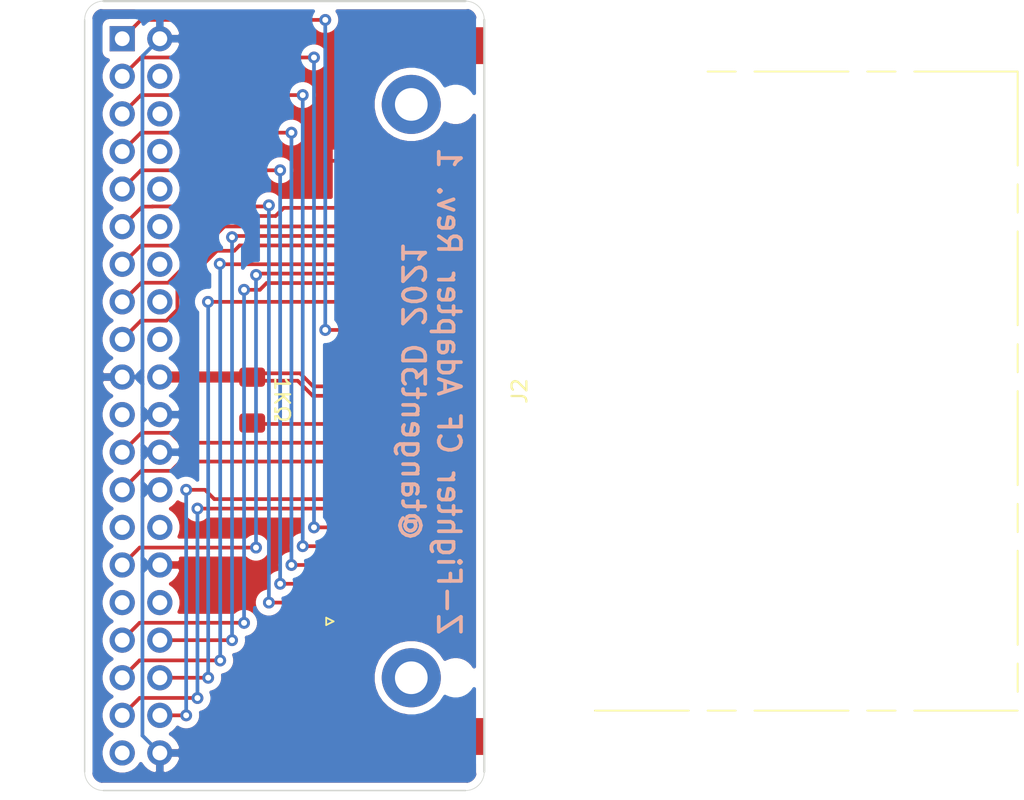
<source format=kicad_pcb>
(kicad_pcb (version 20171130) (host pcbnew "(5.1.12)-1")

  (general
    (thickness 1.6)
    (drawings 9)
    (tracks 207)
    (zones 0)
    (modules 3)
    (nets 53)
  )

  (page A4)
  (layers
    (0 F.Cu signal)
    (31 B.Cu signal)
    (32 B.Adhes user)
    (33 F.Adhes user)
    (34 B.Paste user hide)
    (35 F.Paste user hide)
    (36 B.SilkS user)
    (37 F.SilkS user)
    (38 B.Mask user)
    (39 F.Mask user)
    (40 Dwgs.User user)
    (41 Cmts.User user)
    (42 Eco1.User user)
    (43 Eco2.User user)
    (44 Edge.Cuts user)
    (45 Margin user)
    (46 B.CrtYd user)
    (47 F.CrtYd user)
    (48 B.Fab user)
    (49 F.Fab user)
  )

  (setup
    (last_trace_width 0.25)
    (trace_clearance 0.2)
    (zone_clearance 0.48)
    (zone_45_only no)
    (trace_min 0.2)
    (via_size 0.8)
    (via_drill 0.4)
    (via_min_size 0.4)
    (via_min_drill 0.3)
    (uvia_size 0.3)
    (uvia_drill 0.1)
    (uvias_allowed no)
    (uvia_min_size 0.2)
    (uvia_min_drill 0.1)
    (edge_width 0.05)
    (segment_width 0.2)
    (pcb_text_width 0.3)
    (pcb_text_size 1.5 1.5)
    (mod_edge_width 0.12)
    (mod_text_size 1 1)
    (mod_text_width 0.15)
    (pad_size 2.49 4.57)
    (pad_drill 0)
    (pad_to_mask_clearance 0)
    (aux_axis_origin 0 0)
    (grid_origin 121.84 123.78)
    (visible_elements 7FFFFFFF)
    (pcbplotparams
      (layerselection 0x010f0_ffffffff)
      (usegerberextensions true)
      (usegerberattributes false)
      (usegerberadvancedattributes false)
      (creategerberjobfile false)
      (excludeedgelayer true)
      (linewidth 0.100000)
      (plotframeref false)
      (viasonmask false)
      (mode 1)
      (useauxorigin false)
      (hpglpennumber 1)
      (hpglpenspeed 20)
      (hpglpendiameter 15.000000)
      (psnegative false)
      (psa4output false)
      (plotreference true)
      (plotvalue true)
      (plotinvisibletext false)
      (padsonsilk false)
      (subtractmaskfromsilk false)
      (outputformat 1)
      (mirror false)
      (drillshape 0)
      (scaleselection 1)
      (outputdirectory "C:/Users/nhull/Desktop/cf/"))
  )

  (net 0 "")
  (net 1 "#RESET")
  (net 2 GND)
  (net 3 D7)
  (net 4 "Net-(J1-Pad4)")
  (net 5 D6)
  (net 6 "Net-(J1-Pad6)")
  (net 7 D5)
  (net 8 "Net-(J1-Pad8)")
  (net 9 D4)
  (net 10 "Net-(J1-Pad10)")
  (net 11 D3)
  (net 12 "Net-(J1-Pad12)")
  (net 13 D2)
  (net 14 "Net-(J1-Pad14)")
  (net 15 D1)
  (net 16 "Net-(J1-Pad16)")
  (net 17 D0)
  (net 18 "Net-(J1-Pad18)")
  (net 19 VCC)
  (net 20 "Net-(J1-Pad21)")
  (net 21 "#WR")
  (net 22 "#RD")
  (net 23 "Net-(J1-Pad27)")
  (net 24 "Net-(J1-Pad28)")
  (net 25 PATA29)
  (net 26 "Net-(J1-Pad31)")
  (net 27 "Net-(J1-Pad32)")
  (net 28 A1)
  (net 29 PATA34)
  (net 30 A0)
  (net 31 A2)
  (net 32 "#CFCS")
  (net 33 PATA38)
  (net 34 "Net-(J1-Pad39)")
  (net 35 "Net-(J2-Pad49)")
  (net 36 "Net-(J2-Pad48)")
  (net 37 "Net-(J2-Pad47)")
  (net 38 "Net-(J2-Pad45)")
  (net 39 "Net-(J2-Pad43)")
  (net 40 "Net-(J2-Pad42)")
  (net 41 "Net-(J2-Pad40)")
  (net 42 "Net-(J2-Pad37)")
  (net 43 "Net-(J2-Pad36)")
  (net 44 "Net-(J2-Pad33)")
  (net 45 "Net-(J2-Pad31)")
  (net 46 "Net-(J2-Pad30)")
  (net 47 "Net-(J2-Pad29)")
  (net 48 "Net-(J2-Pad28)")
  (net 49 "Net-(J2-Pad27)")
  (net 50 "Net-(J2-Pad26)")
  (net 51 "Net-(J2-Pad25)")
  (net 52 "Net-(J2-Pad24)")

  (net_class Default "This is the default net class."
    (clearance 0.2)
    (trace_width 0.25)
    (via_dia 0.8)
    (via_drill 0.4)
    (uvia_dia 0.3)
    (uvia_drill 0.1)
    (add_net "#CFCS")
    (add_net "#RD")
    (add_net "#RESET")
    (add_net "#WR")
    (add_net A0)
    (add_net A1)
    (add_net A2)
    (add_net D0)
    (add_net D1)
    (add_net D2)
    (add_net D3)
    (add_net D4)
    (add_net D5)
    (add_net D6)
    (add_net D7)
    (add_net GND)
    (add_net "Net-(J1-Pad10)")
    (add_net "Net-(J1-Pad12)")
    (add_net "Net-(J1-Pad14)")
    (add_net "Net-(J1-Pad16)")
    (add_net "Net-(J1-Pad18)")
    (add_net "Net-(J1-Pad21)")
    (add_net "Net-(J1-Pad27)")
    (add_net "Net-(J1-Pad28)")
    (add_net "Net-(J1-Pad31)")
    (add_net "Net-(J1-Pad32)")
    (add_net "Net-(J1-Pad39)")
    (add_net "Net-(J1-Pad4)")
    (add_net "Net-(J1-Pad6)")
    (add_net "Net-(J1-Pad8)")
    (add_net "Net-(J2-Pad24)")
    (add_net "Net-(J2-Pad25)")
    (add_net "Net-(J2-Pad26)")
    (add_net "Net-(J2-Pad27)")
    (add_net "Net-(J2-Pad28)")
    (add_net "Net-(J2-Pad29)")
    (add_net "Net-(J2-Pad30)")
    (add_net "Net-(J2-Pad31)")
    (add_net "Net-(J2-Pad33)")
    (add_net "Net-(J2-Pad36)")
    (add_net "Net-(J2-Pad37)")
    (add_net "Net-(J2-Pad40)")
    (add_net "Net-(J2-Pad42)")
    (add_net "Net-(J2-Pad43)")
    (add_net "Net-(J2-Pad45)")
    (add_net "Net-(J2-Pad47)")
    (add_net "Net-(J2-Pad48)")
    (add_net "Net-(J2-Pad49)")
    (add_net PATA29)
    (add_net PATA34)
    (add_net PATA38)
    (add_net VCC)
  )

  (module Connector_Card:CF-Card_3M_N7E50-7516PK-20-WF (layer F.Cu) (tedit 61A48B10) (tstamp 61A51D00)
    (at 150.36 98.06 270)
    (descr "Compact Flash Card connector (https://multimedia.3m.com/mws/media/22365O/3mtm-cf-card-header-compactflashtm-type-i-sm-ts0662.pdf)")
    (tags "connector cf")
    (path /61A451DC)
    (attr smd)
    (fp_text reference J2 (at 0 -0.87 90) (layer F.SilkS)
      (effects (font (size 1 1) (thickness 0.15)))
    )
    (fp_text value Conn_02x25_Top_Bottom (at 0 -4.04 90) (layer F.Fab)
      (effects (font (size 1 1) (thickness 0.15)))
    )
    (fp_line (start -24.84 11.45) (end 24.84 11.45) (layer F.CrtYd) (width 0.05))
    (fp_line (start -0.64 4.21) (end 0.64 2.94) (layer F.Fab) (width 0.1))
    (fp_line (start 0.64 4.21) (end -0.64 2.94) (layer F.Fab) (width 0.1))
    (fp_line (start 16.06 6.45) (end 15.56 7.45) (layer F.Fab) (width 0.1))
    (fp_line (start 15.06 6.45) (end 16.06 6.45) (layer F.Fab) (width 0.1))
    (fp_line (start 15.56 7.45) (end 15.06 6.45) (layer F.Fab) (width 0.1))
    (fp_line (start -21.59 -13.57) (end -21.59 -15.47) (layer F.SilkS) (width 0.12))
    (fp_line (start -21.59 -16.74) (end -21.59 -23.09) (layer F.SilkS) (width 0.12))
    (fp_line (start -21.59 -24.36) (end -21.59 -26.27) (layer F.SilkS) (width 0.12))
    (fp_line (start -21.59 -27.54) (end -21.59 -34.52) (layer F.SilkS) (width 0.12))
    (fp_line (start -21.59 -34.52) (end -15.24 -34.52) (layer F.SilkS) (width 0.12))
    (fp_line (start -13.97 -34.52) (end -12.06 -34.52) (layer F.SilkS) (width 0.12))
    (fp_line (start -10.79 -34.52) (end -4.45 -34.52) (layer F.SilkS) (width 0.12))
    (fp_line (start -3.17 -34.52) (end -1.27 -34.52) (layer F.SilkS) (width 0.12))
    (fp_line (start 0 -34.52) (end 6.35 -34.52) (layer F.SilkS) (width 0.12))
    (fp_line (start 7.62 -34.52) (end 9.53 -34.52) (layer F.SilkS) (width 0.12))
    (fp_line (start 10.79 -34.52) (end 17.14 -34.52) (layer F.SilkS) (width 0.12))
    (fp_line (start 18.41 -34.52) (end 20.32 -34.52) (layer F.SilkS) (width 0.12))
    (fp_line (start 21.59 -5.95) (end 21.59 -12.3) (layer F.SilkS) (width 0.12))
    (fp_line (start 21.59 -13.57) (end 21.59 -15.47) (layer F.SilkS) (width 0.12))
    (fp_line (start 21.59 -16.74) (end 21.59 -23.09) (layer F.SilkS) (width 0.12))
    (fp_line (start 21.59 -24.36) (end 21.59 -26.27) (layer F.SilkS) (width 0.12))
    (fp_line (start 21.59 -27.54) (end 21.59 -34.52) (layer F.SilkS) (width 0.12))
    (fp_line (start -22.4 8.93) (end -22.4 8.83) (layer F.Fab) (width 0.1))
    (fp_line (start -17.35 8.93) (end -22.4 8.93) (layer F.Fab) (width 0.1))
    (fp_line (start -17.35 10.78) (end -17.35 8.93) (layer F.Fab) (width 0.1))
    (fp_line (start -16.5 10.78) (end -17.35 10.78) (layer F.Fab) (width 0.1))
    (fp_line (start -16.5 5.18) (end -16.5 10.78) (layer F.Fab) (width 0.1))
    (fp_line (start 16.45 5.18) (end -16.5 5.18) (layer F.Fab) (width 0.1))
    (fp_line (start 16.45 10.78) (end 16.45 5.18) (layer F.Fab) (width 0.1))
    (fp_line (start 17.4 10.78) (end 16.45 10.78) (layer F.Fab) (width 0.1))
    (fp_line (start 17.4 8.93) (end 17.4 10.78) (layer F.Fab) (width 0.1))
    (fp_line (start 22.4 8.93) (end 17.4 8.93) (layer F.Fab) (width 0.1))
    (fp_line (start 22.4 -4.67) (end 22.4 8.93) (layer F.Fab) (width 0.1))
    (fp_line (start 20.6 -4.67) (end 22.4 -4.67) (layer F.Fab) (width 0.1))
    (fp_line (start 20.6 2.03) (end 20.6 -4.67) (layer F.Fab) (width 0.1))
    (fp_line (start -20.6 2.03) (end 20.6 2.03) (layer F.Fab) (width 0.1))
    (fp_line (start -20.6 -4.67) (end -20.6 2.03) (layer F.Fab) (width 0.1))
    (fp_line (start -22.4 -4.67) (end -20.6 -4.67) (layer F.Fab) (width 0.1))
    (fp_line (start -22.4 8.88) (end -22.4 -4.67) (layer F.Fab) (width 0.1))
    (fp_line (start -21.05 2.03) (end -20.6 2.03) (layer F.Fab) (width 0.1))
    (fp_line (start -21.1 1.98) (end -21.05 2.03) (layer F.Fab) (width 0.1))
    (fp_line (start -21.5 1.58) (end -21.1 1.98) (layer F.Fab) (width 0.1))
    (fp_line (start -21.5 -4.67) (end -21.5 1.58) (layer F.Fab) (width 0.1))
    (fp_line (start 21.05 2.03) (end 20.55 2.03) (layer F.Fab) (width 0.1))
    (fp_line (start 21.5 1.58) (end 21.05 2.03) (layer F.Fab) (width 0.1))
    (fp_line (start 21.5 -4.67) (end 21.5 1.58) (layer F.Fab) (width 0.1))
    (fp_line (start -24.8 11.45) (end -24.8 -34.95) (layer F.CrtYd) (width 0.05))
    (fp_line (start 24.85 11.45) (end 24.85 -34.95) (layer F.CrtYd) (width 0.05))
    (fp_line (start -24.8 -34.95) (end 24.85 -34.95) (layer F.CrtYd) (width 0.05))
    (fp_line (start 15.56 11.7) (end 15.81 12.2) (layer F.SilkS) (width 0.12))
    (fp_line (start 15.81 12.2) (end 15.31 12.2) (layer F.SilkS) (width 0.12))
    (fp_line (start 15.31 12.2) (end 15.56 11.7) (layer F.SilkS) (width 0.12))
    (fp_text user %R (at 0 5.815 90) (layer F.Fab)
      (effects (font (size 1 1) (thickness 0.15)))
    )
    (pad "" smd rect (at -23.34 3.78 90) (size 2.49 4.57) (layers F.Cu F.Paste F.Mask))
    (pad "" smd rect (at 23.34 3.78 90) (size 2.49 4.57) (layers F.Cu F.Paste F.Mask))
    (pad "" np_thru_hole circle (at 19.37 3.45 90) (size 1.7 1.7) (drill 1.7) (layers *.Cu *.Mask))
    (pad "" np_thru_hole circle (at -19.37 3.45 90) (size 1.7 1.7) (drill 1.7) (layers *.Cu *.Mask))
    (pad "" thru_hole circle (at 19.37 6.45 90) (size 3.99 3.99) (drill 2.21) (layers *.Cu *.Mask))
    (pad "" thru_hole circle (at -19.37 6.45 90) (size 3.99 3.99) (drill 2.21) (layers *.Cu *.Mask))
    (pad 50 smd rect (at -15.56 9.45 90) (size 0.41 3.51) (layers F.Cu F.Paste F.Mask)
      (net 2 GND))
    (pad 25 smd rect (at -14.92 9.45 90) (size 0.41 3.51) (layers F.Cu F.Paste F.Mask)
      (net 51 "Net-(J2-Pad25)"))
    (pad 49 smd rect (at -14.29 9.45 90) (size 0.41 3.51) (layers F.Cu F.Paste F.Mask)
      (net 35 "Net-(J2-Pad49)"))
    (pad 24 smd rect (at -13.65 9.45 90) (size 0.41 3.51) (layers F.Cu F.Paste F.Mask)
      (net 52 "Net-(J2-Pad24)"))
    (pad 48 smd rect (at -13.02 9.45 90) (size 0.41 3.51) (layers F.Cu F.Paste F.Mask)
      (net 36 "Net-(J2-Pad48)"))
    (pad 23 smd rect (at -12.38 9.45 90) (size 0.41 3.51) (layers F.Cu F.Paste F.Mask)
      (net 13 D2))
    (pad 47 smd rect (at -11.75 9.45 90) (size 0.41 3.51) (layers F.Cu F.Paste F.Mask)
      (net 37 "Net-(J2-Pad47)"))
    (pad 22 smd rect (at -11.11 9.45 90) (size 0.41 3.51) (layers F.Cu F.Paste F.Mask)
      (net 15 D1))
    (pad 46 smd rect (at -10.48 9.45 90) (size 0.41 3.51) (layers F.Cu F.Paste F.Mask)
      (net 29 PATA34))
    (pad 21 smd rect (at -9.84 9.45 90) (size 0.41 3.51) (layers F.Cu F.Paste F.Mask)
      (net 17 D0))
    (pad 45 smd rect (at -9.21 9.45 90) (size 0.41 3.51) (layers F.Cu F.Paste F.Mask)
      (net 38 "Net-(J2-Pad45)"))
    (pad 20 smd rect (at -8.57 9.45 90) (size 0.41 3.51) (layers F.Cu F.Paste F.Mask)
      (net 30 A0))
    (pad 44 smd rect (at -7.94 9.45 90) (size 0.41 3.51) (layers F.Cu F.Paste F.Mask)
      (net 25 PATA29))
    (pad 19 smd rect (at -7.3 9.45 90) (size 0.41 3.51) (layers F.Cu F.Paste F.Mask)
      (net 28 A1))
    (pad 43 smd rect (at -6.67 9.45 90) (size 0.41 3.51) (layers F.Cu F.Paste F.Mask)
      (net 39 "Net-(J2-Pad43)"))
    (pad 18 smd rect (at -6.03 9.45 90) (size 0.41 3.51) (layers F.Cu F.Paste F.Mask)
      (net 31 A2))
    (pad 42 smd rect (at -5.4 9.45 90) (size 0.41 3.51) (layers F.Cu F.Paste F.Mask)
      (net 40 "Net-(J2-Pad42)"))
    (pad 17 smd rect (at -4.76 9.45 90) (size 0.41 3.51) (layers F.Cu F.Paste F.Mask)
      (net 2 GND))
    (pad 41 smd rect (at -4.13 9.45 90) (size 0.41 3.51) (layers F.Cu F.Paste F.Mask)
      (net 1 "#RESET"))
    (pad 16 smd rect (at -3.49 9.45 90) (size 0.41 3.51) (layers F.Cu F.Paste F.Mask)
      (net 2 GND))
    (pad 40 smd rect (at -2.86 9.45 90) (size 0.41 3.51) (layers F.Cu F.Paste F.Mask)
      (net 41 "Net-(J2-Pad40)"))
    (pad 15 smd rect (at -2.22 9.45 90) (size 0.41 3.51) (layers F.Cu F.Paste F.Mask)
      (net 2 GND))
    (pad 39 smd rect (at -1.59 9.45 90) (size 0.41 3.51) (layers F.Cu F.Paste F.Mask)
      (net 2 GND))
    (pad 14 smd rect (at -0.95 9.45 90) (size 0.41 3.51) (layers F.Cu F.Paste F.Mask)
      (net 2 GND))
    (pad 38 smd rect (at -0.32 9.45 90) (size 0.41 3.51) (layers F.Cu F.Paste F.Mask)
      (net 19 VCC))
    (pad 13 smd rect (at 0.32 9.45 90) (size 0.41 3.51) (layers F.Cu F.Paste F.Mask)
      (net 19 VCC))
    (pad 37 smd rect (at 0.95 9.45 90) (size 0.41 3.51) (layers F.Cu F.Paste F.Mask)
      (net 42 "Net-(J2-Pad37)"))
    (pad 12 smd rect (at 1.59 9.45 90) (size 0.41 3.51) (layers F.Cu F.Paste F.Mask)
      (net 2 GND))
    (pad 36 smd rect (at 2.22 9.45 90) (size 0.41 3.51) (layers F.Cu F.Paste F.Mask)
      (net 43 "Net-(J2-Pad36)"))
    (pad 11 smd rect (at 2.86 9.45 90) (size 0.41 3.51) (layers F.Cu F.Paste F.Mask)
      (net 2 GND))
    (pad 35 smd rect (at 3.49 9.45 90) (size 0.41 3.51) (layers F.Cu F.Paste F.Mask)
      (net 21 "#WR"))
    (pad 10 smd rect (at 4.13 9.45 90) (size 0.41 3.51) (layers F.Cu F.Paste F.Mask)
      (net 2 GND))
    (pad 34 smd rect (at 4.76 9.45 90) (size 0.41 3.51) (layers F.Cu F.Paste F.Mask)
      (net 22 "#RD"))
    (pad 9 smd rect (at 5.4 9.45 90) (size 0.41 3.51) (layers F.Cu F.Paste F.Mask)
      (net 2 GND))
    (pad 33 smd rect (at 6.03 9.45 90) (size 0.41 3.51) (layers F.Cu F.Paste F.Mask)
      (net 44 "Net-(J2-Pad33)"))
    (pad 8 smd rect (at 6.67 9.45 90) (size 0.41 3.51) (layers F.Cu F.Paste F.Mask)
      (net 2 GND))
    (pad 32 smd rect (at 7.3 9.45 90) (size 0.41 3.51) (layers F.Cu F.Paste F.Mask)
      (net 33 PATA38))
    (pad 7 smd rect (at 7.94 9.45 90) (size 0.41 3.51) (layers F.Cu F.Paste F.Mask)
      (net 32 "#CFCS"))
    (pad 31 smd rect (at 8.57 9.45 90) (size 0.41 3.51) (layers F.Cu F.Paste F.Mask)
      (net 45 "Net-(J2-Pad31)"))
    (pad 6 smd rect (at 9.21 9.45 90) (size 0.41 3.51) (layers F.Cu F.Paste F.Mask)
      (net 3 D7))
    (pad 30 smd rect (at 9.84 9.45 90) (size 0.41 3.51) (layers F.Cu F.Paste F.Mask)
      (net 46 "Net-(J2-Pad30)"))
    (pad 5 smd rect (at 10.48 9.45 90) (size 0.41 3.51) (layers F.Cu F.Paste F.Mask)
      (net 5 D6))
    (pad 29 smd rect (at 11.11 9.45 90) (size 0.41 3.51) (layers F.Cu F.Paste F.Mask)
      (net 47 "Net-(J2-Pad29)"))
    (pad 4 smd rect (at 11.75 9.45 90) (size 0.41 3.51) (layers F.Cu F.Paste F.Mask)
      (net 7 D5))
    (pad 28 smd rect (at 12.38 9.45 90) (size 0.41 3.51) (layers F.Cu F.Paste F.Mask)
      (net 48 "Net-(J2-Pad28)"))
    (pad 3 smd rect (at 13.02 9.45 90) (size 0.41 3.51) (layers F.Cu F.Paste F.Mask)
      (net 9 D4))
    (pad 27 smd rect (at 13.65 9.45 90) (size 0.41 3.51) (layers F.Cu F.Paste F.Mask)
      (net 49 "Net-(J2-Pad27)"))
    (pad 2 smd rect (at 14.29 9.45 90) (size 0.41 3.51) (layers F.Cu F.Paste F.Mask)
      (net 11 D3))
    (pad 26 smd rect (at 14.92 9.45 90) (size 0.41 3.51) (layers F.Cu F.Paste F.Mask)
      (net 50 "Net-(J2-Pad26)"))
    (pad 1 smd rect (at 15.56 9.45 90) (size 0.41 3.51) (layers F.Cu F.Paste F.Mask)
      (net 2 GND))
    (model ${KISYS3DMOD}/Connector_Card.3dshapes/CF-Card_3M_N7E50-7516PK-20-WF.wrl
      (at (xyz 0 0 0))
      (scale (xyz 1 1 1))
      (rotate (xyz 0 0 0))
    )
  )

  (module Resistor_SMD:R_1206_3216Metric_Pad1.30x1.75mm_HandSolder (layer F.Cu) (tedit 618EC821) (tstamp 618E4357)
    (at 133.16 98.67 270)
    (descr "Resistor SMD 1206 (3216 Metric), square (rectangular) end terminal, IPC_7351 nominal with elongated pad for handsoldering. (Body size source: IPC-SM-782 page 72, https://www.pcb-3d.com/wordpress/wp-content/uploads/ipc-sm-782a_amendment_1_and_2.pdf), generated with kicad-footprint-generator")
    (tags "resistor handsolder")
    (path /61915306)
    (attr smd)
    (fp_text reference R1 (at 0 -2.159 270 unlocked) (layer F.SilkS) hide
      (effects (font (size 1 1) (thickness 0.15)))
    )
    (fp_text value 1KΩ (at -0.036 -2.015 270 unlocked) (layer F.SilkS)
      (effects (font (size 1 1) (thickness 0.15)))
    )
    (fp_line (start -1.6 0.8) (end -1.6 -0.8) (layer F.Fab) (width 0.1))
    (fp_line (start -1.6 -0.8) (end 1.6 -0.8) (layer F.Fab) (width 0.1))
    (fp_line (start 1.6 -0.8) (end 1.6 0.8) (layer F.Fab) (width 0.1))
    (fp_line (start 1.6 0.8) (end -1.6 0.8) (layer F.Fab) (width 0.1))
    (fp_line (start -2.45 1.12) (end -2.45 -1.12) (layer F.CrtYd) (width 0.05))
    (fp_line (start -2.45 -1.12) (end 2.45 -1.12) (layer F.CrtYd) (width 0.05))
    (fp_line (start 2.45 -1.12) (end 2.45 1.12) (layer F.CrtYd) (width 0.05))
    (fp_line (start 2.45 1.12) (end -2.45 1.12) (layer F.CrtYd) (width 0.05))
    (fp_text user %R (at 0 0 270) (layer F.Fab)
      (effects (font (size 0.8 0.8) (thickness 0.12)))
    )
    (pad 1 smd roundrect (at -1.55 0 270) (size 1.3 1.75) (layers F.Cu F.Paste F.Mask) (roundrect_rratio 0.1923069230769231)
      (net 19 VCC))
    (pad 2 smd roundrect (at 1.55 0 270) (size 1.3 1.75) (layers F.Cu F.Paste F.Mask) (roundrect_rratio 0.1923069230769231)
      (net 43 "Net-(J2-Pad36)"))
    (model ${KISYS3DMOD}/Resistor_SMD.3dshapes/R_1206_3216Metric.wrl
      (at (xyz 0 0 0))
      (scale (xyz 1 1 1))
      (rotate (xyz 0 0 0))
    )
  )

  (module Connector_PinHeader_2.54mm:PinHeader_2x20_P2.54mm_Vertical locked (layer F.Cu) (tedit 618E4395) (tstamp 618E42FC)
    (at 124.38 74.25)
    (descr "Through hole straight pin header, 2x20, 2.54mm pitch, double rows")
    (tags "Through hole pin header THT 2x20 2.54mm double row")
    (path /618E11AC)
    (fp_text reference J1 (at 1.27 -2.33) (layer F.SilkS) hide
      (effects (font (size 1 1) (thickness 0.15)))
    )
    (fp_text value "Z-Fighter IDE Connector" (at 1.27 50.59) (layer F.Fab)
      (effects (font (size 1 1) (thickness 0.15)))
    )
    (fp_line (start 0 -1.27) (end 3.81 -1.27) (layer F.Fab) (width 0.1))
    (fp_line (start 3.81 -1.27) (end 3.81 49.53) (layer F.Fab) (width 0.1))
    (fp_line (start 3.81 49.53) (end -1.27 49.53) (layer F.Fab) (width 0.1))
    (fp_line (start -1.27 49.53) (end -1.27 0) (layer F.Fab) (width 0.1))
    (fp_line (start -1.27 0) (end 0 -1.27) (layer F.Fab) (width 0.1))
    (fp_line (start -1.8 -1.8) (end -1.8 50.05) (layer F.CrtYd) (width 0.05))
    (fp_line (start -1.8 50.05) (end 4.35 50.05) (layer F.CrtYd) (width 0.05))
    (fp_line (start 4.35 50.05) (end 4.35 -1.8) (layer F.CrtYd) (width 0.05))
    (fp_line (start 4.35 -1.8) (end -1.8 -1.8) (layer F.CrtYd) (width 0.05))
    (fp_text user %R (at 1.27 24.13 90) (layer F.Fab)
      (effects (font (size 1 1) (thickness 0.15)))
    )
    (pad 1 thru_hole rect (at 0 0) (size 1.7 1.7) (drill 1) (layers *.Cu *.Mask)
      (net 1 "#RESET"))
    (pad 2 thru_hole oval (at 2.54 0) (size 1.7 1.7) (drill 1) (layers *.Cu *.Mask)
      (net 2 GND))
    (pad 3 thru_hole oval (at 0 2.54) (size 1.7 1.7) (drill 1) (layers *.Cu *.Mask)
      (net 3 D7))
    (pad 4 thru_hole oval (at 2.54 2.54) (size 1.7 1.7) (drill 1) (layers *.Cu *.Mask)
      (net 4 "Net-(J1-Pad4)"))
    (pad 5 thru_hole oval (at 0 5.08) (size 1.7 1.7) (drill 1) (layers *.Cu *.Mask)
      (net 5 D6))
    (pad 6 thru_hole oval (at 2.54 5.08) (size 1.7 1.7) (drill 1) (layers *.Cu *.Mask)
      (net 6 "Net-(J1-Pad6)"))
    (pad 7 thru_hole oval (at 0 7.62) (size 1.7 1.7) (drill 1) (layers *.Cu *.Mask)
      (net 7 D5))
    (pad 8 thru_hole oval (at 2.54 7.62) (size 1.7 1.7) (drill 1) (layers *.Cu *.Mask)
      (net 8 "Net-(J1-Pad8)"))
    (pad 9 thru_hole oval (at 0 10.16) (size 1.7 1.7) (drill 1) (layers *.Cu *.Mask)
      (net 9 D4))
    (pad 10 thru_hole oval (at 2.54 10.16) (size 1.7 1.7) (drill 1) (layers *.Cu *.Mask)
      (net 10 "Net-(J1-Pad10)"))
    (pad 11 thru_hole oval (at 0 12.7) (size 1.7 1.7) (drill 1) (layers *.Cu *.Mask)
      (net 11 D3))
    (pad 12 thru_hole oval (at 2.54 12.7) (size 1.7 1.7) (drill 1) (layers *.Cu *.Mask)
      (net 12 "Net-(J1-Pad12)"))
    (pad 13 thru_hole oval (at 0 15.24) (size 1.7 1.7) (drill 1) (layers *.Cu *.Mask)
      (net 13 D2))
    (pad 14 thru_hole oval (at 2.54 15.24) (size 1.7 1.7) (drill 1) (layers *.Cu *.Mask)
      (net 14 "Net-(J1-Pad14)"))
    (pad 15 thru_hole oval (at 0 17.78) (size 1.7 1.7) (drill 1) (layers *.Cu *.Mask)
      (net 15 D1))
    (pad 16 thru_hole oval (at 2.54 17.78) (size 1.7 1.7) (drill 1) (layers *.Cu *.Mask)
      (net 16 "Net-(J1-Pad16)"))
    (pad 17 thru_hole oval (at 0 20.32) (size 1.7 1.7) (drill 1) (layers *.Cu *.Mask)
      (net 17 D0))
    (pad 18 thru_hole oval (at 2.54 20.32) (size 1.7 1.7) (drill 1) (layers *.Cu *.Mask)
      (net 18 "Net-(J1-Pad18)"))
    (pad 19 thru_hole oval (at 0 22.86) (size 1.7 1.7) (drill 1) (layers *.Cu *.Mask)
      (net 2 GND))
    (pad 20 thru_hole oval (at 2.54 22.86) (size 1.7 1.7) (drill 1) (layers *.Cu *.Mask)
      (net 19 VCC))
    (pad 21 thru_hole oval (at 0 25.4) (size 1.7 1.7) (drill 1) (layers *.Cu *.Mask)
      (net 20 "Net-(J1-Pad21)"))
    (pad 22 thru_hole oval (at 2.54 25.4) (size 1.7 1.7) (drill 1) (layers *.Cu *.Mask)
      (net 2 GND))
    (pad 23 thru_hole oval (at 0 27.94) (size 1.7 1.7) (drill 1) (layers *.Cu *.Mask)
      (net 21 "#WR"))
    (pad 24 thru_hole oval (at 2.54 27.94) (size 1.7 1.7) (drill 1) (layers *.Cu *.Mask)
      (net 2 GND))
    (pad 25 thru_hole oval (at 0 30.48) (size 1.7 1.7) (drill 1) (layers *.Cu *.Mask)
      (net 22 "#RD"))
    (pad 26 thru_hole oval (at 2.54 30.48) (size 1.7 1.7) (drill 1) (layers *.Cu *.Mask)
      (net 2 GND))
    (pad 27 thru_hole oval (at 0 33.02) (size 1.7 1.7) (drill 1) (layers *.Cu *.Mask)
      (net 23 "Net-(J1-Pad27)"))
    (pad 28 thru_hole oval (at 2.54 33.02) (size 1.7 1.7) (drill 1) (layers *.Cu *.Mask)
      (net 24 "Net-(J1-Pad28)"))
    (pad 29 thru_hole oval (at 0 35.56) (size 1.7 1.7) (drill 1) (layers *.Cu *.Mask)
      (net 25 PATA29))
    (pad 30 thru_hole oval (at 2.54 35.56) (size 1.7 1.7) (drill 1) (layers *.Cu *.Mask)
      (net 2 GND))
    (pad 31 thru_hole oval (at 0 38.1) (size 1.7 1.7) (drill 1) (layers *.Cu *.Mask)
      (net 26 "Net-(J1-Pad31)"))
    (pad 32 thru_hole oval (at 2.54 38.1) (size 1.7 1.7) (drill 1) (layers *.Cu *.Mask)
      (net 27 "Net-(J1-Pad32)"))
    (pad 33 thru_hole oval (at 0 40.64) (size 1.7 1.7) (drill 1) (layers *.Cu *.Mask)
      (net 28 A1))
    (pad 34 thru_hole oval (at 2.54 40.64) (size 1.7 1.7) (drill 1) (layers *.Cu *.Mask)
      (net 29 PATA34))
    (pad 35 thru_hole oval (at 0 43.18) (size 1.7 1.7) (drill 1) (layers *.Cu *.Mask)
      (net 30 A0))
    (pad 36 thru_hole oval (at 2.54 43.18) (size 1.7 1.7) (drill 1) (layers *.Cu *.Mask)
      (net 31 A2))
    (pad 37 thru_hole oval (at 0 45.72) (size 1.7 1.7) (drill 1) (layers *.Cu *.Mask)
      (net 32 "#CFCS"))
    (pad 38 thru_hole oval (at 2.54 45.72) (size 1.7 1.7) (drill 1) (layers *.Cu *.Mask)
      (net 33 PATA38))
    (pad 39 thru_hole oval (at 0 48.26) (size 1.7 1.7) (drill 1) (layers *.Cu *.Mask)
      (net 34 "Net-(J1-Pad39)"))
    (pad 40 thru_hole oval (at 2.54 48.26) (size 1.7 1.7) (drill 1) (layers *.Cu *.Mask)
      (net 2 GND))
    (model ${KISYS3DMOD}/Connector_PinHeader_2.54mm.3dshapes/PinHeader_2x20_P2.54mm_Vertical.wrl
      (at (xyz 0 0 0))
      (scale (xyz 1 1 1))
      (rotate (xyz 0 0 0))
    )
  )

  (gr_line (start 148.839999 72.98) (end 148.839999 123.78) (layer Edge.Cuts) (width 0.15))
  (gr_line (start 123.11 71.71) (end 147.569999 71.71) (layer Edge.Cuts) (width 0.15))
  (gr_arc (start 147.569999 72.98) (end 148.839999 72.98) (angle -90) (layer Edge.Cuts) (width 0.05) (tstamp 61A66C5A))
  (gr_arc (start 147.569999 123.78) (end 147.569999 125.05) (angle -90) (layer Edge.Cuts) (width 0.05) (tstamp 618F5098))
  (gr_text "Z-Fighter CF Adapter Rev. 1\n@tangent3D 2021\n" (at 145.24 98.065 -90) (layer B.SilkS)
    (effects (font (size 1.5 1.5) (thickness 0.25)) (justify mirror))
  )
  (gr_arc (start 123.11 123.78) (end 121.84 123.78) (angle -90) (layer Edge.Cuts) (width 0.05))
  (gr_arc (start 123.11 72.98) (end 123.11 71.71) (angle -90) (layer Edge.Cuts) (width 0.05))
  (gr_line (start 121.84 123.78) (end 121.84 72.98) (layer Edge.Cuts) (width 0.1))
  (gr_line (start 147.569999 125.05) (end 123.11 125.05) (layer Edge.Cuts) (width 0.1))

  (via (at 138.098 72.98) (size 0.8) (drill 0.4) (layers F.Cu B.Cu) (net 1))
  (via (at 138.098 93.93) (size 0.8) (drill 0.4) (layers F.Cu B.Cu) (net 1))
  (segment (start 138.098 72.98) (end 138.098 93.93) (width 0.25) (layer B.Cu) (net 1))
  (segment (start 140.84 93.93) (end 138.098 93.93) (width 0.25) (layer F.Cu) (net 1))
  (segment (start 125.65 72.98) (end 124.38 74.25) (width 0.25) (layer F.Cu) (net 1))
  (segment (start 138.098 72.98) (end 125.65 72.98) (width 0.25) (layer F.Cu) (net 1))
  (segment (start 125.744999 121.334999) (end 126.92 122.51) (width 0.25) (layer B.Cu) (net 2))
  (segment (start 126.92 74.25) (end 125.744999 75.425001) (width 0.25) (layer B.Cu) (net 2))
  (segment (start 126.92 102.19) (end 125.744999 102.19) (width 0.25) (layer B.Cu) (net 2))
  (segment (start 126.92 99.65) (end 125.744999 99.65) (width 0.25) (layer B.Cu) (net 2))
  (segment (start 124.38 97.11) (end 125.744999 97.11) (width 0.25) (layer B.Cu) (net 2))
  (segment (start 126.92 109.81) (end 125.744999 109.81) (width 0.25) (layer B.Cu) (net 2))
  (segment (start 126.92 104.73) (end 125.744999 104.73) (width 0.25) (layer B.Cu) (net 2))
  (segment (start 140.91 102.19) (end 144.77 102.19) (width 0.25) (layer F.Cu) (net 2))
  (segment (start 140.91 82.5) (end 138.26 82.5) (width 0.25) (layer F.Cu) (net 2))
  (segment (start 140.91 93.3) (end 146.44 93.3) (width 0.25) (layer F.Cu) (net 2))
  (segment (start 146.63 94.57) (end 146.64 94.58) (width 0.25) (layer F.Cu) (net 2))
  (segment (start 140.91 94.57) (end 146.63 94.57) (width 0.25) (layer F.Cu) (net 2))
  (segment (start 140.91 95.84) (end 146.84 95.84) (width 0.25) (layer F.Cu) (net 2))
  (segment (start 146.93 96.47) (end 147.04 96.58) (width 0.25) (layer F.Cu) (net 2))
  (segment (start 140.91 96.47) (end 146.93 96.47) (width 0.25) (layer F.Cu) (net 2))
  (segment (start 145.97 97.11) (end 146.04 97.18) (width 0.25) (layer F.Cu) (net 2))
  (segment (start 140.91 97.11) (end 145.97 97.11) (width 0.25) (layer F.Cu) (net 2))
  (segment (start 140.91 99.65) (end 146.64 99.65) (width 0.25) (layer F.Cu) (net 2))
  (segment (start 140.91 100.92) (end 147.04 100.92) (width 0.25) (layer F.Cu) (net 2))
  (segment (start 146.76 103.46) (end 146.84 103.38) (width 0.25) (layer F.Cu) (net 2))
  (segment (start 140.91 103.46) (end 146.76 103.46) (width 0.25) (layer F.Cu) (net 2))
  (segment (start 140.91 104.73) (end 146.84 104.73) (width 0.25) (layer F.Cu) (net 2))
  (segment (start 125.682001 96.696999) (end 125.744999 96.696999) (width 0.25) (layer B.Cu) (net 2))
  (segment (start 125.744999 75.425001) (end 125.744999 96.696999) (width 0.25) (layer B.Cu) (net 2))
  (segment (start 124.38 97.11) (end 125.269 97.11) (width 0.25) (layer B.Cu) (net 2))
  (segment (start 125.744999 96.696999) (end 125.744999 97.585999) (width 0.25) (layer B.Cu) (net 2))
  (segment (start 125.269 97.11) (end 125.523 97.364) (width 0.25) (layer B.Cu) (net 2))
  (segment (start 125.523 96.856) (end 125.523 97.364) (width 0.25) (layer B.Cu) (net 2))
  (segment (start 125.523 97.364) (end 125.744999 97.585999) (width 0.25) (layer B.Cu) (net 2))
  (segment (start 125.269 97.11) (end 125.523 96.856) (width 0.25) (layer B.Cu) (net 2))
  (segment (start 125.523 96.856) (end 125.682001 96.696999) (width 0.25) (layer B.Cu) (net 2))
  (segment (start 126.220998 109.81) (end 125.744999 109.334001) (width 0.25) (layer B.Cu) (net 2))
  (segment (start 126.92 109.81) (end 126.220998 109.81) (width 0.25) (layer B.Cu) (net 2))
  (segment (start 125.744999 110.285999) (end 125.744999 121.334999) (width 0.25) (layer B.Cu) (net 2))
  (segment (start 125.935499 110.095499) (end 125.935499 109.587499) (width 0.25) (layer B.Cu) (net 2))
  (segment (start 125.744999 109.396999) (end 125.744999 110.285999) (width 0.25) (layer B.Cu) (net 2))
  (segment (start 125.744999 109.334001) (end 125.744999 109.396999) (width 0.25) (layer B.Cu) (net 2))
  (segment (start 126.220998 109.81) (end 125.935499 110.095499) (width 0.25) (layer B.Cu) (net 2))
  (segment (start 125.935499 109.587499) (end 125.744999 109.396999) (width 0.25) (layer B.Cu) (net 2))
  (segment (start 125.935499 110.095499) (end 125.744999 110.285999) (width 0.25) (layer B.Cu) (net 2))
  (segment (start 126.92 104.73) (end 126.220998 104.73) (width 0.25) (layer B.Cu) (net 2))
  (segment (start 125.744999 105.205999) (end 125.744999 109.334001) (width 0.25) (layer B.Cu) (net 2))
  (segment (start 125.744999 104.254001) (end 125.744999 105.205999) (width 0.25) (layer B.Cu) (net 2))
  (segment (start 125.935499 105.015499) (end 125.744999 105.205999) (width 0.25) (layer B.Cu) (net 2))
  (segment (start 125.935499 104.444501) (end 125.935499 105.015499) (width 0.25) (layer B.Cu) (net 2))
  (segment (start 126.220998 104.73) (end 125.935499 104.444501) (width 0.25) (layer B.Cu) (net 2))
  (segment (start 126.220998 104.73) (end 125.935499 105.015499) (width 0.25) (layer B.Cu) (net 2))
  (segment (start 125.935499 104.444501) (end 125.744999 104.254001) (width 0.25) (layer B.Cu) (net 2))
  (segment (start 126.220998 102.19) (end 125.744999 102.665999) (width 0.25) (layer B.Cu) (net 2))
  (segment (start 126.92 102.19) (end 126.220998 102.19) (width 0.25) (layer B.Cu) (net 2))
  (segment (start 125.744999 102.665999) (end 125.744999 104.254001) (width 0.25) (layer B.Cu) (net 2))
  (segment (start 125.998999 101.968001) (end 125.998999 102.157999) (width 0.25) (layer B.Cu) (net 2))
  (segment (start 125.744999 102.411999) (end 125.744999 102.665999) (width 0.25) (layer B.Cu) (net 2))
  (segment (start 126.220998 102.19) (end 125.998999 101.968001) (width 0.25) (layer B.Cu) (net 2))
  (segment (start 125.998999 102.157999) (end 125.744999 102.411999) (width 0.25) (layer B.Cu) (net 2))
  (segment (start 125.998999 101.968001) (end 125.744999 101.714001) (width 0.25) (layer B.Cu) (net 2))
  (segment (start 125.744999 102.030999) (end 125.871999 102.030999) (width 0.25) (layer B.Cu) (net 2))
  (segment (start 125.871999 102.030999) (end 125.998999 102.157999) (width 0.25) (layer B.Cu) (net 2))
  (segment (start 125.744999 101.714001) (end 125.744999 102.030999) (width 0.25) (layer B.Cu) (net 2))
  (segment (start 125.744999 102.030999) (end 125.744999 102.411999) (width 0.25) (layer B.Cu) (net 2))
  (segment (start 125.744999 97.585999) (end 125.744999 99.174001) (width 0.25) (layer B.Cu) (net 2))
  (segment (start 126.220998 99.65) (end 125.744999 100.125999) (width 0.25) (layer B.Cu) (net 2))
  (segment (start 126.92 99.65) (end 126.220998 99.65) (width 0.25) (layer B.Cu) (net 2))
  (segment (start 125.744999 100.125999) (end 125.744999 101.714001) (width 0.25) (layer B.Cu) (net 2))
  (segment (start 125.935499 99.872501) (end 125.744999 100.063001) (width 0.25) (layer B.Cu) (net 2))
  (segment (start 125.935499 99.364501) (end 125.935499 99.872501) (width 0.25) (layer B.Cu) (net 2))
  (segment (start 125.744999 100.063001) (end 125.744999 100.125999) (width 0.25) (layer B.Cu) (net 2))
  (segment (start 125.744999 99.174001) (end 125.744999 100.063001) (width 0.25) (layer B.Cu) (net 2))
  (segment (start 126.220998 99.65) (end 125.935499 99.364501) (width 0.25) (layer B.Cu) (net 2))
  (segment (start 125.935499 99.364501) (end 125.744999 99.174001) (width 0.25) (layer B.Cu) (net 2))
  (segment (start 140.91 113.62) (end 137.08 113.62) (width 0.25) (layer F.Cu) (net 2))
  (via (at 137.336 75.52) (size 0.8) (drill 0.4) (layers F.Cu B.Cu) (net 3))
  (segment (start 137.405001 75.614999) (end 137.5 75.52) (width 0.25) (layer F.Cu) (net 3))
  (via (at 137.336 107.27) (size 0.8) (drill 0.4) (layers F.Cu B.Cu) (net 3))
  (segment (start 137.5 107.18) (end 137.59 107.27) (width 0.25) (layer B.Cu) (net 3))
  (segment (start 137.336 75.52) (end 137.336 107.18) (width 0.25) (layer B.Cu) (net 3))
  (segment (start 137.336 107.27) (end 141.146 107.27) (width 0.25) (layer F.Cu) (net 3))
  (segment (start 125.65 75.52) (end 124.38 76.79) (width 0.25) (layer F.Cu) (net 3))
  (segment (start 137.336 75.52) (end 125.65 75.52) (width 0.25) (layer F.Cu) (net 3))
  (via (at 136.574 78.06) (size 0.8) (drill 0.4) (layers F.Cu B.Cu) (net 5))
  (via (at 136.574 108.54) (size 0.8) (drill 0.4) (layers F.Cu B.Cu) (net 5))
  (segment (start 136.574 78.06) (end 136.574 108.36) (width 0.25) (layer B.Cu) (net 5))
  (segment (start 136.574 108.54) (end 141.146 108.54) (width 0.25) (layer F.Cu) (net 5))
  (segment (start 125.65 78.06) (end 124.38 79.33) (width 0.25) (layer F.Cu) (net 5))
  (segment (start 136.574 78.06) (end 125.65 78.06) (width 0.25) (layer F.Cu) (net 5))
  (via (at 135.812 80.6) (size 0.8) (drill 0.4) (layers F.Cu B.Cu) (net 7))
  (via (at 135.812 109.81) (size 0.8) (drill 0.4) (layers F.Cu B.Cu) (net 7))
  (segment (start 135.812 80.616) (end 135.812 109.556) (width 0.25) (layer B.Cu) (net 7))
  (segment (start 135.812 109.81) (end 140.84 109.81) (width 0.25) (layer F.Cu) (net 7))
  (segment (start 125.65 80.6) (end 124.38 81.87) (width 0.25) (layer F.Cu) (net 7))
  (segment (start 135.812 80.6) (end 125.65 80.6) (width 0.25) (layer F.Cu) (net 7))
  (via (at 135.05 83.14) (size 0.8) (drill 0.4) (layers F.Cu B.Cu) (net 9))
  (segment (start 135.05 111.08) (end 135.05 83.415) (width 0.25) (layer B.Cu) (net 9))
  (via (at 135.05 111.08) (size 0.8) (drill 0.4) (layers F.Cu B.Cu) (net 9))
  (segment (start 140.84 111.08) (end 135.05 111.08) (width 0.25) (layer F.Cu) (net 9))
  (segment (start 125.65 83.14) (end 124.38 84.41) (width 0.25) (layer F.Cu) (net 9))
  (segment (start 135.05 83.14) (end 125.65 83.14) (width 0.25) (layer F.Cu) (net 9))
  (via (at 134.288 112.35) (size 0.8) (drill 0.4) (layers F.Cu B.Cu) (net 11))
  (segment (start 134.288 112.35) (end 134.415 112.35) (width 0.25) (layer B.Cu) (net 11))
  (segment (start 134.415 112.35) (end 140.84 112.35) (width 0.25) (layer F.Cu) (net 11))
  (segment (start 134.198 85.59499) (end 134.288 85.50499) (width 0.25) (layer F.Cu) (net 11))
  (via (at 134.288 85.50499) (size 0.8) (drill 0.4) (layers F.Cu B.Cu) (net 11))
  (segment (start 134.288 112.35) (end 134.288 85.50499) (width 0.25) (layer B.Cu) (net 11))
  (segment (start 134.207989 85.585001) (end 134.288 85.50499) (width 0.25) (layer F.Cu) (net 11))
  (segment (start 126.424999 85.585001) (end 134.207989 85.585001) (width 0.25) (layer F.Cu) (net 11))
  (segment (start 126.41501 85.59499) (end 126.424999 85.585001) (width 0.25) (layer F.Cu) (net 11))
  (segment (start 125.73501 85.59499) (end 126.41501 85.59499) (width 0.25) (layer F.Cu) (net 11))
  (segment (start 124.38 86.95) (end 125.73501 85.59499) (width 0.25) (layer F.Cu) (net 11))
  (segment (start 134.739309 86.229991) (end 135.2893 85.68) (width 0.25) (layer F.Cu) (net 13))
  (segment (start 130.790009 86.229991) (end 134.739309 86.229991) (width 0.25) (layer F.Cu) (net 13))
  (segment (start 135.2893 85.68) (end 140.91 85.68) (width 0.25) (layer F.Cu) (net 13))
  (segment (start 125.64 88.23) (end 128.79 88.23) (width 0.25) (layer F.Cu) (net 13))
  (segment (start 128.79 88.23) (end 130.790009 86.229991) (width 0.25) (layer F.Cu) (net 13))
  (segment (start 124.38 89.49) (end 125.64 88.23) (width 0.25) (layer F.Cu) (net 13))
  (segment (start 140.894999 86.934999) (end 140.91 86.95) (width 0.25) (layer F.Cu) (net 15))
  (segment (start 127.48 90.74) (end 131.285001 86.934999) (width 0.25) (layer F.Cu) (net 15))
  (segment (start 125.67 90.74) (end 127.48 90.74) (width 0.25) (layer F.Cu) (net 15))
  (segment (start 131.285001 86.934999) (end 140.894999 86.934999) (width 0.25) (layer F.Cu) (net 15))
  (segment (start 124.38 92.03) (end 125.67 90.74) (width 0.25) (layer F.Cu) (net 15))
  (segment (start 127.35942 93.3) (end 125.65 93.3) (width 0.25) (layer F.Cu) (net 17))
  (segment (start 128.10618 91.250818) (end 128.10618 92.55324) (width 0.25) (layer F.Cu) (net 17))
  (segment (start 131.951802 88.58) (end 130.776998 88.58) (width 0.25) (layer F.Cu) (net 17))
  (segment (start 125.65 93.3) (end 124.38 94.57) (width 0.25) (layer F.Cu) (net 17))
  (segment (start 132.311802 88.22) (end 131.951802 88.58) (width 0.25) (layer F.Cu) (net 17))
  (segment (start 128.10618 92.55324) (end 127.35942 93.3) (width 0.25) (layer F.Cu) (net 17))
  (segment (start 130.776998 88.58) (end 128.10618 91.250818) (width 0.25) (layer F.Cu) (net 17))
  (segment (start 140.91 88.22) (end 132.311802 88.22) (width 0.25) (layer F.Cu) (net 17))
  (segment (start 133.07 97.11) (end 133.14 97.18) (width 0.25) (layer F.Cu) (net 19))
  (segment (start 133.15 97.11) (end 133.16 97.12) (width 0.5) (layer F.Cu) (net 19))
  (segment (start 126.92 97.11) (end 133.15 97.11) (width 0.75) (layer F.Cu) (net 19))
  (segment (start 133.46146 96.85854) (end 133.14 97.18) (width 0.25) (layer F.Cu) (net 19))
  (segment (start 136.39674 96.85854) (end 133.46146 96.85854) (width 0.25) (layer F.Cu) (net 19))
  (segment (start 137.2782 97.74) (end 136.39674 96.85854) (width 0.25) (layer F.Cu) (net 19))
  (segment (start 140.91 97.74) (end 137.2782 97.74) (width 0.25) (layer F.Cu) (net 19))
  (segment (start 133.32146 97.36146) (end 133.14 97.18) (width 0.25) (layer F.Cu) (net 19))
  (segment (start 136.23418 97.36146) (end 133.32146 97.36146) (width 0.25) (layer F.Cu) (net 19))
  (segment (start 137.25272 98.38) (end 136.23418 97.36146) (width 0.25) (layer F.Cu) (net 19))
  (segment (start 140.91 98.38) (end 137.25272 98.38) (width 0.25) (layer F.Cu) (net 19))
  (segment (start 128.312 101.55) (end 140.91 101.55) (width 0.25) (layer F.Cu) (net 21))
  (segment (start 127.642 100.88) (end 128.312 101.55) (width 0.25) (layer F.Cu) (net 21))
  (segment (start 125.69 100.88) (end 127.642 100.88) (width 0.25) (layer F.Cu) (net 21))
  (segment (start 124.38 102.19) (end 125.69 100.88) (width 0.25) (layer F.Cu) (net 21))
  (segment (start 128.322 102.82) (end 140.91 102.82) (width 0.25) (layer F.Cu) (net 22))
  (segment (start 127.692 103.45) (end 128.322 102.82) (width 0.25) (layer F.Cu) (net 22))
  (segment (start 125.66 103.45) (end 127.692 103.45) (width 0.25) (layer F.Cu) (net 22))
  (segment (start 124.38 104.73) (end 125.66 103.45) (width 0.25) (layer F.Cu) (net 22))
  (via (at 133.417799 108.634999) (size 0.8) (drill 0.4) (layers F.Cu B.Cu) (net 25))
  (segment (start 133.4244 90.12) (end 140.84 90.12) (width 0.25) (layer F.Cu) (net 25))
  (segment (start 133.417799 108.634999) (end 133.417799 90.221611) (width 0.25) (layer B.Cu) (net 25))
  (via (at 133.4244 90.21501) (size 0.8) (drill 0.4) (layers F.Cu B.Cu) (net 25))
  (segment (start 133.417799 90.221611) (end 133.4244 90.21501) (width 0.25) (layer B.Cu) (net 25))
  (segment (start 125.555001 108.634999) (end 133.417799 108.634999) (width 0.25) (layer F.Cu) (net 25))
  (segment (start 124.38 109.81) (end 125.555001 108.634999) (width 0.25) (layer F.Cu) (net 25))
  (segment (start 124.38 114.89) (end 124.4054 114.89) (width 0.25) (layer B.Cu) (net 28))
  (via (at 132.6116 113.7216) (size 0.8) (drill 0.4) (layers F.Cu B.Cu) (net 28))
  (via (at 132.6116 91.2172) (size 0.8) (drill 0.4) (layers F.Cu B.Cu) (net 28))
  (segment (start 132.6116 113.7216) (end 132.6116 91.1156) (width 0.25) (layer B.Cu) (net 28))
  (segment (start 133.6784 91.2172) (end 132.7132 91.2172) (width 0.25) (layer F.Cu) (net 28))
  (segment (start 132.7132 91.2172) (end 132.6116 91.1156) (width 0.25) (layer F.Cu) (net 28))
  (segment (start 134.1356 90.76) (end 133.6784 91.2172) (width 0.25) (layer F.Cu) (net 28))
  (segment (start 140.84 90.76) (end 134.1356 90.76) (width 0.25) (layer F.Cu) (net 28))
  (segment (start 132.604999 113.714999) (end 132.6116 113.7216) (width 0.25) (layer F.Cu) (net 28))
  (segment (start 125.555001 113.714999) (end 132.604999 113.714999) (width 0.25) (layer F.Cu) (net 28))
  (segment (start 124.38 114.89) (end 125.555001 113.714999) (width 0.25) (layer F.Cu) (net 28))
  (via (at 131.7988 114.89) (size 0.8) (drill 0.4) (layers F.Cu B.Cu) (net 29))
  (via (at 131.7988 87.66) (size 0.8) (drill 0.4) (layers F.Cu B.Cu) (net 29))
  (segment (start 131.7988 114.89) (end 131.7988 87.458) (width 0.25) (layer B.Cu) (net 29))
  (segment (start 131.7988 87.58) (end 140.84 87.58) (width 0.25) (layer F.Cu) (net 29))
  (segment (start 126.92 114.89) (end 131.7988 114.89) (width 0.25) (layer F.Cu) (net 29))
  (via (at 130.9998 116.2616) (size 0.8) (drill 0.4) (layers F.Cu B.Cu) (net 30))
  (segment (start 130.9998 116.2616) (end 130.9998 89.5038) (width 0.25) (layer B.Cu) (net 30))
  (via (at 130.97 89.46) (size 0.8) (drill 0.4) (layers F.Cu B.Cu) (net 30))
  (segment (start 130.993199 116.254999) (end 130.9998 116.2616) (width 0.25) (layer F.Cu) (net 30))
  (segment (start 130.98 89.34) (end 130.98 89.18) (width 0.25) (layer F.Cu) (net 30))
  (segment (start 131.13 89.49) (end 130.98 89.34) (width 0.25) (layer F.Cu) (net 30))
  (segment (start 140.84 89.49) (end 131.13 89.49) (width 0.25) (layer F.Cu) (net 30))
  (segment (start 125.555001 116.254999) (end 130.993199 116.254999) (width 0.25) (layer F.Cu) (net 30))
  (segment (start 124.38 117.43) (end 125.555001 116.254999) (width 0.25) (layer F.Cu) (net 30))
  (via (at 130.187 117.43) (size 0.8) (drill 0.4) (layers F.Cu B.Cu) (net 31))
  (via (at 130.1732 92.03) (size 0.8) (drill 0.4) (layers F.Cu B.Cu) (net 31))
  (segment (start 130.187 92.0438) (end 130.1732 92.03) (width 0.25) (layer B.Cu) (net 31))
  (segment (start 130.187 117.43) (end 130.187 92.0438) (width 0.25) (layer B.Cu) (net 31))
  (segment (start 130.1732 92.03) (end 140.84 92.03) (width 0.25) (layer F.Cu) (net 31))
  (segment (start 126.92 117.43) (end 130.187 117.43) (width 0.25) (layer F.Cu) (net 31))
  (via (at 129.462 118.8016) (size 0.8) (drill 0.4) (layers F.Cu B.Cu) (net 32))
  (via (at 129.462 106) (size 0.8) (drill 0.4) (layers F.Cu B.Cu) (net 32))
  (segment (start 129.462 106) (end 129.547001 106.085001) (width 0.25) (layer F.Cu) (net 32))
  (segment (start 129.462 118.8016) (end 129.462 106) (width 0.25) (layer B.Cu) (net 32))
  (segment (start 139.019999 106) (end 139.716001 106) (width 0.25) (layer F.Cu) (net 32))
  (segment (start 129.547001 106) (end 138.955398 106) (width 0.25) (layer F.Cu) (net 32))
  (segment (start 129.455399 118.794999) (end 129.462 118.8016) (width 0.25) (layer F.Cu) (net 32))
  (segment (start 125.555001 118.794999) (end 129.455399 118.794999) (width 0.25) (layer F.Cu) (net 32))
  (segment (start 124.38 119.97) (end 125.555001 118.794999) (width 0.25) (layer F.Cu) (net 32))
  (via (at 128.7 119.97) (size 0.8) (drill 0.4) (layers F.Cu B.Cu) (net 33))
  (via (at 128.7 104.73) (size 0.8) (drill 0.4) (layers F.Cu B.Cu) (net 33))
  (segment (start 128.7 119.97) (end 128.7 104.73) (width 0.25) (layer B.Cu) (net 33))
  (segment (start 130.6 105.36) (end 140.91 105.36) (width 0.25) (layer F.Cu) (net 33))
  (segment (start 129.97 104.73) (end 130.6 105.36) (width 0.25) (layer F.Cu) (net 33))
  (segment (start 128.7 104.73) (end 129.97 104.73) (width 0.25) (layer F.Cu) (net 33))
  (segment (start 126.92 119.97) (end 128.7 119.97) (width 0.25) (layer F.Cu) (net 33))
  (segment (start 133.14 100.28) (end 140.91 100.28) (width 0.25) (layer F.Cu) (net 43))

  (zone (net 2) (net_name GND) (layer F.Cu) (tstamp 0) (hatch edge 0.508)
    (connect_pads (clearance 0.48))
    (min_thickness 0.254)
    (fill yes (arc_segments 32) (thermal_gap 0.508) (thermal_bridge_width 0.508))
    (polygon
      (pts
        (xy 151.05 125.05) (xy 121.84 125.05) (xy 121.84 71.71) (xy 151.05 71.71)
      )
    )
    (filled_polygon
      (pts
        (xy 122.976305 72.382131) (xy 123.076505 72.392) (xy 125.212623 72.392) (xy 125.129894 72.459894) (xy 125.106974 72.487822)
        (xy 124.804733 72.790063) (xy 123.53 72.790063) (xy 123.411007 72.801783) (xy 123.296587 72.836492) (xy 123.191137 72.892856)
        (xy 123.098709 72.968709) (xy 123.022856 73.061137) (xy 122.966492 73.166587) (xy 122.931783 73.281007) (xy 122.920063 73.4)
        (xy 122.920063 75.1) (xy 122.931783 75.218993) (xy 122.966492 75.333413) (xy 123.022856 75.438863) (xy 123.098709 75.531291)
        (xy 123.191137 75.607144) (xy 123.296587 75.663508) (xy 123.411007 75.698217) (xy 123.41125 75.698241) (xy 123.248274 75.861217)
        (xy 123.088823 76.099852) (xy 122.978992 76.365009) (xy 122.923 76.646498) (xy 122.923 76.933502) (xy 122.978992 77.214991)
        (xy 123.088823 77.480148) (xy 123.248274 77.718783) (xy 123.451217 77.921726) (xy 123.658158 78.06) (xy 123.451217 78.198274)
        (xy 123.248274 78.401217) (xy 123.088823 78.639852) (xy 122.978992 78.905009) (xy 122.923 79.186498) (xy 122.923 79.473502)
        (xy 122.978992 79.754991) (xy 123.088823 80.020148) (xy 123.248274 80.258783) (xy 123.451217 80.461726) (xy 123.658158 80.6)
        (xy 123.451217 80.738274) (xy 123.248274 80.941217) (xy 123.088823 81.179852) (xy 122.978992 81.445009) (xy 122.923 81.726498)
        (xy 122.923 82.013502) (xy 122.978992 82.294991) (xy 123.088823 82.560148) (xy 123.248274 82.798783) (xy 123.451217 83.001726)
        (xy 123.658158 83.14) (xy 123.451217 83.278274) (xy 123.248274 83.481217) (xy 123.088823 83.719852) (xy 122.978992 83.985009)
        (xy 122.923 84.266498) (xy 122.923 84.553502) (xy 122.978992 84.834991) (xy 123.088823 85.100148) (xy 123.248274 85.338783)
        (xy 123.451217 85.541726) (xy 123.658158 85.68) (xy 123.451217 85.818274) (xy 123.248274 86.021217) (xy 123.088823 86.259852)
        (xy 122.978992 86.525009) (xy 122.923 86.806498) (xy 122.923 87.093502) (xy 122.978992 87.374991) (xy 123.088823 87.640148)
        (xy 123.248274 87.878783) (xy 123.451217 88.081726) (xy 123.658158 88.22) (xy 123.451217 88.358274) (xy 123.248274 88.561217)
        (xy 123.088823 88.799852) (xy 122.978992 89.065009) (xy 122.923 89.346498) (xy 122.923 89.633502) (xy 122.978992 89.914991)
        (xy 123.088823 90.180148) (xy 123.248274 90.418783) (xy 123.451217 90.621726) (xy 123.658158 90.76) (xy 123.451217 90.898274)
        (xy 123.248274 91.101217) (xy 123.088823 91.339852) (xy 122.978992 91.605009) (xy 122.923 91.886498) (xy 122.923 92.173502)
        (xy 122.978992 92.454991) (xy 123.088823 92.720148) (xy 123.248274 92.958783) (xy 123.451217 93.161726) (xy 123.658158 93.3)
        (xy 123.451217 93.438274) (xy 123.248274 93.641217) (xy 123.088823 93.879852) (xy 122.978992 94.145009) (xy 122.923 94.426498)
        (xy 122.923 94.713502) (xy 122.978992 94.994991) (xy 123.088823 95.260148) (xy 123.248274 95.498783) (xy 123.451217 95.701726)
        (xy 123.642179 95.829323) (xy 123.498645 95.914822) (xy 123.282412 96.109731) (xy 123.108359 96.34308) (xy 122.983175 96.605901)
        (xy 122.938524 96.75311) (xy 123.059845 96.983) (xy 124.253 96.983) (xy 124.253 96.963) (xy 124.507 96.963)
        (xy 124.507 96.983) (xy 124.527 96.983) (xy 124.527 97.237) (xy 124.507 97.237) (xy 124.507 97.257)
        (xy 124.253 97.257) (xy 124.253 97.237) (xy 123.059845 97.237) (xy 122.938524 97.46689) (xy 122.983175 97.614099)
        (xy 123.108359 97.87692) (xy 123.282412 98.110269) (xy 123.498645 98.305178) (xy 123.642179 98.390677) (xy 123.451217 98.518274)
        (xy 123.248274 98.721217) (xy 123.088823 98.959852) (xy 122.978992 99.225009) (xy 122.923 99.506498) (xy 122.923 99.793502)
        (xy 122.978992 100.074991) (xy 123.088823 100.340148) (xy 123.248274 100.578783) (xy 123.451217 100.781726) (xy 123.658158 100.92)
        (xy 123.451217 101.058274) (xy 123.248274 101.261217) (xy 123.088823 101.499852) (xy 122.978992 101.765009) (xy 122.923 102.046498)
        (xy 122.923 102.333502) (xy 122.978992 102.614991) (xy 123.088823 102.880148) (xy 123.248274 103.118783) (xy 123.451217 103.321726)
        (xy 123.658158 103.46) (xy 123.451217 103.598274) (xy 123.248274 103.801217) (xy 123.088823 104.039852) (xy 122.978992 104.305009)
        (xy 122.923 104.586498) (xy 122.923 104.873502) (xy 122.978992 105.154991) (xy 123.088823 105.420148) (xy 123.248274 105.658783)
        (xy 123.451217 105.861726) (xy 123.658158 106) (xy 123.451217 106.138274) (xy 123.248274 106.341217) (xy 123.088823 106.579852)
        (xy 122.978992 106.845009) (xy 122.923 107.126498) (xy 122.923 107.413502) (xy 122.978992 107.694991) (xy 123.088823 107.960148)
        (xy 123.248274 108.198783) (xy 123.451217 108.401726) (xy 123.658158 108.54) (xy 123.451217 108.678274) (xy 123.248274 108.881217)
        (xy 123.088823 109.119852) (xy 122.978992 109.385009) (xy 122.923 109.666498) (xy 122.923 109.953502) (xy 122.978992 110.234991)
        (xy 123.088823 110.500148) (xy 123.248274 110.738783) (xy 123.451217 110.941726) (xy 123.658158 111.08) (xy 123.451217 111.218274)
        (xy 123.248274 111.421217) (xy 123.088823 111.659852) (xy 122.978992 111.925009) (xy 122.923 112.206498) (xy 122.923 112.493502)
        (xy 122.978992 112.774991) (xy 123.088823 113.040148) (xy 123.248274 113.278783) (xy 123.451217 113.481726) (xy 123.658158 113.62)
        (xy 123.451217 113.758274) (xy 123.248274 113.961217) (xy 123.088823 114.199852) (xy 122.978992 114.465009) (xy 122.923 114.746498)
        (xy 122.923 115.033502) (xy 122.978992 115.314991) (xy 123.088823 115.580148) (xy 123.248274 115.818783) (xy 123.451217 116.021726)
        (xy 123.658158 116.16) (xy 123.451217 116.298274) (xy 123.248274 116.501217) (xy 123.088823 116.739852) (xy 122.978992 117.005009)
        (xy 122.923 117.286498) (xy 122.923 117.573502) (xy 122.978992 117.854991) (xy 123.088823 118.120148) (xy 123.248274 118.358783)
        (xy 123.451217 118.561726) (xy 123.658158 118.7) (xy 123.451217 118.838274) (xy 123.248274 119.041217) (xy 123.088823 119.279852)
        (xy 122.978992 119.545009) (xy 122.923 119.826498) (xy 122.923 120.113502) (xy 122.978992 120.394991) (xy 123.088823 120.660148)
        (xy 123.248274 120.898783) (xy 123.451217 121.101726) (xy 123.658158 121.24) (xy 123.451217 121.378274) (xy 123.248274 121.581217)
        (xy 123.088823 121.819852) (xy 122.978992 122.085009) (xy 122.923 122.366498) (xy 122.923 122.653502) (xy 122.978992 122.934991)
        (xy 123.088823 123.200148) (xy 123.248274 123.438783) (xy 123.451217 123.641726) (xy 123.689852 123.801177) (xy 123.955009 123.911008)
        (xy 124.236498 123.967) (xy 124.523502 123.967) (xy 124.804991 123.911008) (xy 125.070148 123.801177) (xy 125.308783 123.641726)
        (xy 125.511726 123.438783) (xy 125.636507 123.252036) (xy 125.648359 123.27692) (xy 125.822412 123.510269) (xy 126.038645 123.705178)
        (xy 126.288748 123.854157) (xy 126.563109 123.951481) (xy 126.793 123.830814) (xy 126.793 122.637) (xy 127.047 122.637)
        (xy 127.047 123.830814) (xy 127.276891 123.951481) (xy 127.551252 123.854157) (xy 127.801355 123.705178) (xy 128.017588 123.510269)
        (xy 128.191641 123.27692) (xy 128.316825 123.014099) (xy 128.361476 122.86689) (xy 128.240155 122.637) (xy 127.047 122.637)
        (xy 126.793 122.637) (xy 126.773 122.637) (xy 126.773 122.383) (xy 126.793 122.383) (xy 126.793 122.363)
        (xy 127.047 122.363) (xy 127.047 122.383) (xy 128.240155 122.383) (xy 128.361476 122.15311) (xy 128.316825 122.005901)
        (xy 128.191641 121.74308) (xy 128.017588 121.509731) (xy 127.801355 121.314822) (xy 127.657821 121.229323) (xy 127.848783 121.101726)
        (xy 128.051726 120.898783) (xy 128.121404 120.794503) (xy 128.223007 120.862391) (xy 128.406269 120.938301) (xy 128.600819 120.977)
        (xy 128.799181 120.977) (xy 128.993731 120.938301) (xy 129.176993 120.862391) (xy 129.341925 120.752188) (xy 129.482188 120.611925)
        (xy 129.592391 120.446993) (xy 129.668301 120.263731) (xy 129.707 120.069181) (xy 129.707 119.870819) (xy 129.689545 119.783066)
        (xy 129.755731 119.769901) (xy 129.938993 119.693991) (xy 130.103925 119.583788) (xy 130.244188 119.443525) (xy 130.354391 119.278593)
        (xy 130.430301 119.095331) (xy 130.469 118.900781) (xy 130.469 118.702419) (xy 130.430301 118.507869) (xy 130.39221 118.415909)
        (xy 130.480731 118.398301) (xy 130.663993 118.322391) (xy 130.828925 118.212188) (xy 130.969188 118.071925) (xy 131.079391 117.906993)
        (xy 131.155301 117.723731) (xy 131.194 117.529181) (xy 131.194 117.330819) (xy 131.178478 117.252787) (xy 131.293531 117.229901)
        (xy 131.476793 117.153991) (xy 131.641725 117.043788) (xy 131.781988 116.903525) (xy 131.892191 116.738593) (xy 131.968101 116.555331)
        (xy 132.0068 116.360781) (xy 132.0068 116.162419) (xy 131.968101 115.967869) (xy 131.935643 115.889508) (xy 132.092531 115.858301)
        (xy 132.275793 115.782391) (xy 132.440725 115.672188) (xy 132.580988 115.531925) (xy 132.691191 115.366993) (xy 132.767101 115.183731)
        (xy 132.8058 114.989181) (xy 132.8058 114.790819) (xy 132.790278 114.712787) (xy 132.905331 114.689901) (xy 133.088593 114.613991)
        (xy 133.253525 114.503788) (xy 133.393788 114.363525) (xy 133.503991 114.198593) (xy 133.579901 114.015331) (xy 133.6186 113.820781)
        (xy 133.6186 113.622419) (xy 133.579901 113.427869) (xy 133.503991 113.244607) (xy 133.393788 113.079675) (xy 133.253525 112.939412)
        (xy 133.088593 112.829209) (xy 132.905331 112.753299) (xy 132.710781 112.7146) (xy 132.512419 112.7146) (xy 132.317869 112.753299)
        (xy 132.134607 112.829209) (xy 131.969675 112.939412) (xy 131.926088 112.982999) (xy 128.234849 112.982999) (xy 128.321008 112.774991)
        (xy 128.377 112.493502) (xy 128.377 112.206498) (xy 128.321008 111.925009) (xy 128.211177 111.659852) (xy 128.051726 111.421217)
        (xy 127.848783 111.218274) (xy 127.657821 111.090677) (xy 127.801355 111.005178) (xy 128.017588 110.810269) (xy 128.191641 110.57692)
        (xy 128.316825 110.314099) (xy 128.361476 110.16689) (xy 128.240155 109.937) (xy 127.047 109.937) (xy 127.047 109.957)
        (xy 126.793 109.957) (xy 126.793 109.937) (xy 126.773 109.937) (xy 126.773 109.683) (xy 126.793 109.683)
        (xy 126.793 109.663) (xy 127.047 109.663) (xy 127.047 109.683) (xy 128.240155 109.683) (xy 128.361476 109.45311)
        (xy 128.335357 109.366999) (xy 132.725686 109.366999) (xy 132.775874 109.417187) (xy 132.940806 109.52739) (xy 133.124068 109.6033)
        (xy 133.318618 109.641999) (xy 133.51698 109.641999) (xy 133.71153 109.6033) (xy 133.894792 109.52739) (xy 134.059724 109.417187)
        (xy 134.199987 109.276924) (xy 134.31019 109.111992) (xy 134.3861 108.92873) (xy 134.424799 108.73418) (xy 134.424799 108.535818)
        (xy 134.3861 108.341268) (xy 134.31019 108.158006) (xy 134.199987 107.993074) (xy 134.059724 107.852811) (xy 133.894792 107.742608)
        (xy 133.71153 107.666698) (xy 133.51698 107.627999) (xy 133.318618 107.627999) (xy 133.124068 107.666698) (xy 132.940806 107.742608)
        (xy 132.775874 107.852811) (xy 132.725686 107.902999) (xy 128.234849 107.902999) (xy 128.321008 107.694991) (xy 128.377 107.413502)
        (xy 128.377 107.126498) (xy 128.321008 106.845009) (xy 128.211177 106.579852) (xy 128.051726 106.341217) (xy 127.848783 106.138274)
        (xy 127.657821 106.010677) (xy 127.801355 105.925178) (xy 128.017588 105.730269) (xy 128.139615 105.566671) (xy 128.223007 105.622391)
        (xy 128.406269 105.698301) (xy 128.491896 105.715334) (xy 128.455 105.900819) (xy 128.455 106.099181) (xy 128.493699 106.293731)
        (xy 128.569609 106.476993) (xy 128.679812 106.641925) (xy 128.820075 106.782188) (xy 128.985007 106.892391) (xy 129.168269 106.968301)
        (xy 129.362819 107.007) (xy 129.561181 107.007) (xy 129.755731 106.968301) (xy 129.938993 106.892391) (xy 130.103925 106.782188)
        (xy 130.154113 106.732) (xy 136.484372 106.732) (xy 136.443609 106.793007) (xy 136.367699 106.976269) (xy 136.329 107.170819)
        (xy 136.329 107.369181) (xy 136.365896 107.554666) (xy 136.280269 107.571699) (xy 136.097007 107.647609) (xy 135.932075 107.757812)
        (xy 135.791812 107.898075) (xy 135.681609 108.063007) (xy 135.605699 108.246269) (xy 135.567 108.440819) (xy 135.567 108.639181)
        (xy 135.603896 108.824666) (xy 135.518269 108.841699) (xy 135.335007 108.917609) (xy 135.170075 109.027812) (xy 135.029812 109.168075)
        (xy 134.919609 109.333007) (xy 134.843699 109.516269) (xy 134.805 109.710819) (xy 134.805 109.909181) (xy 134.841896 110.094666)
        (xy 134.756269 110.111699) (xy 134.573007 110.187609) (xy 134.408075 110.297812) (xy 134.267812 110.438075) (xy 134.157609 110.603007)
        (xy 134.081699 110.786269) (xy 134.043 110.980819) (xy 134.043 111.179181) (xy 134.079896 111.364666) (xy 133.994269 111.381699)
        (xy 133.811007 111.457609) (xy 133.646075 111.567812) (xy 133.505812 111.708075) (xy 133.395609 111.873007) (xy 133.319699 112.056269)
        (xy 133.281 112.250819) (xy 133.281 112.449181) (xy 133.319699 112.643731) (xy 133.395609 112.826993) (xy 133.505812 112.991925)
        (xy 133.646075 113.132188) (xy 133.811007 113.242391) (xy 133.994269 113.318301) (xy 134.188819 113.357) (xy 134.387181 113.357)
        (xy 134.581731 113.318301) (xy 134.764993 113.242391) (xy 134.929925 113.132188) (xy 134.980113 113.082) (xy 138.477 113.082)
        (xy 138.477 114.382) (xy 138.47944 114.406776) (xy 138.486667 114.430601) (xy 138.498403 114.452557) (xy 138.514197 114.471803)
        (xy 138.533443 114.487597) (xy 138.555399 114.499333) (xy 138.579224 114.50656) (xy 138.604 114.509) (xy 143.176 114.509)
        (xy 143.200776 114.50656) (xy 143.224601 114.499333) (xy 143.246557 114.487597) (xy 143.265803 114.471803) (xy 143.281597 114.452557)
        (xy 143.293333 114.430601) (xy 143.30056 114.406776) (xy 143.303 114.382) (xy 143.303 81.743) (xy 143.30056 81.718224)
        (xy 143.293333 81.694399) (xy 143.281597 81.672443) (xy 143.265803 81.653197) (xy 143.246557 81.637403) (xy 143.224601 81.625667)
        (xy 143.200776 81.61844) (xy 143.176 81.616) (xy 138.604 81.616) (xy 138.579224 81.61844) (xy 138.555399 81.625667)
        (xy 138.533443 81.637403) (xy 138.514197 81.653197) (xy 138.498403 81.672443) (xy 138.486667 81.694399) (xy 138.47944 81.718224)
        (xy 138.477 81.743) (xy 138.477 84.948) (xy 135.325253 84.948) (xy 135.2893 84.944459) (xy 135.145803 84.958592)
        (xy 135.136003 84.961565) (xy 135.070188 84.863065) (xy 134.929925 84.722802) (xy 134.764993 84.612599) (xy 134.581731 84.536689)
        (xy 134.387181 84.49799) (xy 134.188819 84.49799) (xy 133.994269 84.536689) (xy 133.811007 84.612599) (xy 133.646075 84.722802)
        (xy 133.515876 84.853001) (xy 128.313548 84.853001) (xy 128.321008 84.834991) (xy 128.377 84.553502) (xy 128.377 84.266498)
        (xy 128.321008 83.985009) (xy 128.274198 83.872) (xy 134.357887 83.872) (xy 134.408075 83.922188) (xy 134.573007 84.032391)
        (xy 134.756269 84.108301) (xy 134.950819 84.147) (xy 135.149181 84.147) (xy 135.343731 84.108301) (xy 135.526993 84.032391)
        (xy 135.691925 83.922188) (xy 135.832188 83.781925) (xy 135.942391 83.616993) (xy 136.018301 83.433731) (xy 136.057 83.239181)
        (xy 136.057 83.040819) (xy 136.018301 82.846269) (xy 135.942391 82.663007) (xy 135.832188 82.498075) (xy 135.691925 82.357812)
        (xy 135.526993 82.247609) (xy 135.343731 82.171699) (xy 135.149181 82.133) (xy 134.950819 82.133) (xy 134.756269 82.171699)
        (xy 134.573007 82.247609) (xy 134.408075 82.357812) (xy 134.357887 82.408) (xy 128.274198 82.408) (xy 128.321008 82.294991)
        (xy 128.377 82.013502) (xy 128.377 81.726498) (xy 128.321008 81.445009) (xy 128.274198 81.332) (xy 135.119887 81.332)
        (xy 135.170075 81.382188) (xy 135.335007 81.492391) (xy 135.518269 81.568301) (xy 135.712819 81.607) (xy 135.911181 81.607)
        (xy 136.105731 81.568301) (xy 136.288993 81.492391) (xy 136.453925 81.382188) (xy 136.594188 81.241925) (xy 136.704391 81.076993)
        (xy 136.780301 80.893731) (xy 136.819 80.699181) (xy 136.819 80.500819) (xy 136.780301 80.306269) (xy 136.704391 80.123007)
        (xy 136.594188 79.958075) (xy 136.453925 79.817812) (xy 136.288993 79.707609) (xy 136.105731 79.631699) (xy 135.911181 79.593)
        (xy 135.712819 79.593) (xy 135.518269 79.631699) (xy 135.335007 79.707609) (xy 135.170075 79.817812) (xy 135.119887 79.868)
        (xy 128.274198 79.868) (xy 128.321008 79.754991) (xy 128.377 79.473502) (xy 128.377 79.186498) (xy 128.321008 78.905009)
        (xy 128.274198 78.792) (xy 135.881887 78.792) (xy 135.932075 78.842188) (xy 136.097007 78.952391) (xy 136.280269 79.028301)
        (xy 136.474819 79.067) (xy 136.673181 79.067) (xy 136.867731 79.028301) (xy 137.050993 78.952391) (xy 137.215925 78.842188)
        (xy 137.356188 78.701925) (xy 137.466391 78.536993) (xy 137.542301 78.353731) (xy 137.581 78.159181) (xy 137.581 77.960819)
        (xy 137.542301 77.766269) (xy 137.466391 77.583007) (xy 137.356188 77.418075) (xy 137.215925 77.277812) (xy 137.050993 77.167609)
        (xy 136.867731 77.091699) (xy 136.673181 77.053) (xy 136.474819 77.053) (xy 136.280269 77.091699) (xy 136.097007 77.167609)
        (xy 135.932075 77.277812) (xy 135.881887 77.328) (xy 128.274198 77.328) (xy 128.321008 77.214991) (xy 128.377 76.933502)
        (xy 128.377 76.646498) (xy 128.321008 76.365009) (xy 128.274198 76.252) (xy 136.643887 76.252) (xy 136.694075 76.302188)
        (xy 136.859007 76.412391) (xy 137.042269 76.488301) (xy 137.236819 76.527) (xy 137.435181 76.527) (xy 137.629731 76.488301)
        (xy 137.812993 76.412391) (xy 137.977925 76.302188) (xy 138.118188 76.161925) (xy 138.228391 75.996993) (xy 138.304301 75.813731)
        (xy 138.343 75.619181) (xy 138.343 75.420819) (xy 138.304301 75.226269) (xy 138.228391 75.043007) (xy 138.118188 74.878075)
        (xy 137.977925 74.737812) (xy 137.812993 74.627609) (xy 137.629731 74.551699) (xy 137.435181 74.513) (xy 137.236819 74.513)
        (xy 137.042269 74.551699) (xy 136.859007 74.627609) (xy 136.694075 74.737812) (xy 136.643887 74.788) (xy 128.300678 74.788)
        (xy 128.316825 74.754099) (xy 128.361476 74.60689) (xy 128.240155 74.377) (xy 127.047 74.377) (xy 127.047 74.397)
        (xy 126.793 74.397) (xy 126.793 74.377) (xy 126.773 74.377) (xy 126.773 74.123) (xy 126.793 74.123)
        (xy 126.793 74.103) (xy 127.047 74.103) (xy 127.047 74.123) (xy 128.240155 74.123) (xy 128.361476 73.89311)
        (xy 128.316825 73.745901) (xy 128.300678 73.712) (xy 137.405887 73.712) (xy 137.456075 73.762188) (xy 137.621007 73.872391)
        (xy 137.804269 73.948301) (xy 137.998819 73.987) (xy 138.197181 73.987) (xy 138.391731 73.948301) (xy 138.574993 73.872391)
        (xy 138.739925 73.762188) (xy 138.880188 73.621925) (xy 138.990391 73.456993) (xy 139.066301 73.273731) (xy 139.105 73.079181)
        (xy 139.105 72.880819) (xy 139.066301 72.686269) (xy 138.990391 72.503007) (xy 138.916219 72.392) (xy 147.603494 72.392)
        (xy 147.703694 72.382131) (xy 147.739842 72.371166) (xy 147.811967 72.392942) (xy 147.921383 72.451119) (xy 148.01742 72.529445)
        (xy 148.096414 72.624932) (xy 148.155353 72.733938) (xy 148.17889 72.809971) (xy 148.167868 72.846306) (xy 148.166021 72.865063)
        (xy 144.295 72.865063) (xy 144.176007 72.876783) (xy 144.061587 72.911492) (xy 143.956137 72.967856) (xy 143.863709 73.043709)
        (xy 143.787856 73.136137) (xy 143.731492 73.241587) (xy 143.696783 73.356007) (xy 143.685063 73.475) (xy 143.685063 75.965)
        (xy 143.696783 76.083993) (xy 143.697999 76.088) (xy 143.653725 76.088) (xy 143.151025 76.187993) (xy 142.677491 76.384137)
        (xy 142.251322 76.668895) (xy 141.888895 77.031322) (xy 141.604137 77.457491) (xy 141.407993 77.931025) (xy 141.308 78.433725)
        (xy 141.308 78.946275) (xy 141.407993 79.448975) (xy 141.604137 79.922509) (xy 141.888895 80.348678) (xy 142.251322 80.711105)
        (xy 142.677491 80.995863) (xy 143.151025 81.192007) (xy 143.653725 81.292) (xy 144.166275 81.292) (xy 144.668975 81.192007)
        (xy 145.142509 80.995863) (xy 145.568678 80.711105) (xy 145.931105 80.348678) (xy 146.189993 79.961226) (xy 146.219852 79.981177)
        (xy 146.485009 80.091008) (xy 146.766498 80.147) (xy 147.053502 80.147) (xy 147.334991 80.091008) (xy 147.600148 79.981177)
        (xy 147.838783 79.821726) (xy 148.041726 79.618783) (xy 148.157999 79.444768) (xy 148.158 116.675233) (xy 148.041726 116.501217)
        (xy 147.838783 116.298274) (xy 147.600148 116.138823) (xy 147.334991 116.028992) (xy 147.053502 115.973) (xy 146.766498 115.973)
        (xy 146.485009 116.028992) (xy 146.219852 116.138823) (xy 146.189993 116.158774) (xy 145.931105 115.771322) (xy 145.568678 115.408895)
        (xy 145.142509 115.124137) (xy 144.668975 114.927993) (xy 144.166275 114.828) (xy 143.653725 114.828) (xy 143.151025 114.927993)
        (xy 142.677491 115.124137) (xy 142.251322 115.408895) (xy 141.888895 115.771322) (xy 141.604137 116.197491) (xy 141.407993 116.671025)
        (xy 141.308 117.173725) (xy 141.308 117.686275) (xy 141.407993 118.188975) (xy 141.604137 118.662509) (xy 141.888895 119.088678)
        (xy 142.251322 119.451105) (xy 142.677491 119.735863) (xy 143.151025 119.932007) (xy 143.653725 120.032) (xy 143.697999 120.032)
        (xy 143.696783 120.036007) (xy 143.685063 120.155) (xy 143.685063 122.645) (xy 143.696783 122.763993) (xy 143.731492 122.878413)
        (xy 143.787856 122.983863) (xy 143.863709 123.076291) (xy 143.956137 123.152144) (xy 144.061587 123.208508) (xy 144.176007 123.243217)
        (xy 144.295 123.254937) (xy 148.158 123.254937) (xy 148.158 123.813495) (xy 148.167869 123.913695) (xy 148.178834 123.949841)
        (xy 148.157058 124.021965) (xy 148.098878 124.131387) (xy 148.020555 124.22742) (xy 147.925067 124.306415) (xy 147.816063 124.365353)
        (xy 147.697674 124.402001) (xy 147.695729 124.402205) (xy 147.602266 124.393) (xy 123.077733 124.393) (xy 122.984401 124.402192)
        (xy 122.868035 124.367059) (xy 122.758613 124.308879) (xy 122.66258 124.230556) (xy 122.583585 124.135068) (xy 122.524647 124.026064)
        (xy 122.487999 123.907675) (xy 122.487795 123.90573) (xy 122.497 123.812267) (xy 122.497 72.947733) (xy 122.487808 72.854401)
        (xy 122.522942 72.738032) (xy 122.581119 72.628616) (xy 122.659445 72.532579) (xy 122.754932 72.453585) (xy 122.863938 72.394646)
        (xy 122.939971 72.371109)
      )
    )
    (filled_polygon
      (pts
        (xy 127.047 104.603) (xy 127.067 104.603) (xy 127.067 104.857) (xy 127.047 104.857) (xy 127.047 104.877)
        (xy 126.793 104.877) (xy 126.793 104.857) (xy 126.773 104.857) (xy 126.773 104.603) (xy 126.793 104.603)
        (xy 126.793 104.583) (xy 127.047 104.583)
      )
    )
    (filled_polygon
      (pts
        (xy 126.879242 102.337) (xy 126.793 102.337) (xy 126.793 102.317) (xy 126.773 102.317) (xy 126.773 102.063)
        (xy 126.793 102.063) (xy 126.793 102.043) (xy 126.867242 102.043)
      )
    )
  )
  (zone (net 2) (net_name GND) (layer B.Cu) (tstamp 0) (hatch edge 0.508)
    (connect_pads (clearance 0.48))
    (min_thickness 0.254)
    (fill yes (arc_segments 32) (thermal_gap 0.508) (thermal_bridge_width 0.508))
    (polygon
      (pts
        (xy 151.05 125.05) (xy 121.84 125.05) (xy 121.84 71.71) (xy 151.05 71.71)
      )
    )
    (filled_polygon
      (pts
        (xy 122.976305 72.382131) (xy 123.076505 72.392) (xy 137.279781 72.392) (xy 137.205609 72.503007) (xy 137.129699 72.686269)
        (xy 137.091 72.880819) (xy 137.091 73.079181) (xy 137.129699 73.273731) (xy 137.205609 73.456993) (xy 137.315812 73.621925)
        (xy 137.366 73.672113) (xy 137.366 74.513) (xy 137.236819 74.513) (xy 137.042269 74.551699) (xy 136.859007 74.627609)
        (xy 136.694075 74.737812) (xy 136.553812 74.878075) (xy 136.443609 75.043007) (xy 136.367699 75.226269) (xy 136.329 75.420819)
        (xy 136.329 75.619181) (xy 136.367699 75.813731) (xy 136.443609 75.996993) (xy 136.553812 76.161925) (xy 136.604 76.212113)
        (xy 136.604 77.053) (xy 136.474819 77.053) (xy 136.280269 77.091699) (xy 136.097007 77.167609) (xy 135.932075 77.277812)
        (xy 135.791812 77.418075) (xy 135.681609 77.583007) (xy 135.605699 77.766269) (xy 135.567 77.960819) (xy 135.567 78.159181)
        (xy 135.605699 78.353731) (xy 135.681609 78.536993) (xy 135.791812 78.701925) (xy 135.842 78.752113) (xy 135.842 79.593)
        (xy 135.712819 79.593) (xy 135.518269 79.631699) (xy 135.335007 79.707609) (xy 135.170075 79.817812) (xy 135.029812 79.958075)
        (xy 134.919609 80.123007) (xy 134.843699 80.306269) (xy 134.805 80.500819) (xy 134.805 80.699181) (xy 134.843699 80.893731)
        (xy 134.919609 81.076993) (xy 135.029812 81.241925) (xy 135.08 81.292113) (xy 135.08 82.133) (xy 134.950819 82.133)
        (xy 134.756269 82.171699) (xy 134.573007 82.247609) (xy 134.408075 82.357812) (xy 134.267812 82.498075) (xy 134.157609 82.663007)
        (xy 134.081699 82.846269) (xy 134.043 83.040819) (xy 134.043 83.239181) (xy 134.081699 83.433731) (xy 134.157609 83.616993)
        (xy 134.267812 83.781925) (xy 134.318001 83.832114) (xy 134.318001 84.49799) (xy 134.188819 84.49799) (xy 133.994269 84.536689)
        (xy 133.811007 84.612599) (xy 133.646075 84.722802) (xy 133.505812 84.863065) (xy 133.395609 85.027997) (xy 133.319699 85.211259)
        (xy 133.281 85.405809) (xy 133.281 85.604171) (xy 133.319699 85.798721) (xy 133.395609 85.981983) (xy 133.505812 86.146915)
        (xy 133.556001 86.197104) (xy 133.556001 89.214459) (xy 133.523581 89.20801) (xy 133.325219 89.20801) (xy 133.130669 89.246709)
        (xy 132.947407 89.322619) (xy 132.782475 89.432822) (xy 132.642212 89.573085) (xy 132.532009 89.738017) (xy 132.5308 89.740936)
        (xy 132.5308 88.352113) (xy 132.580988 88.301925) (xy 132.691191 88.136993) (xy 132.767101 87.953731) (xy 132.8058 87.759181)
        (xy 132.8058 87.560819) (xy 132.767101 87.366269) (xy 132.691191 87.183007) (xy 132.580988 87.018075) (xy 132.440725 86.877812)
        (xy 132.275793 86.767609) (xy 132.092531 86.691699) (xy 131.897981 86.653) (xy 131.699619 86.653) (xy 131.505069 86.691699)
        (xy 131.321807 86.767609) (xy 131.156875 86.877812) (xy 131.016612 87.018075) (xy 130.906409 87.183007) (xy 130.830499 87.366269)
        (xy 130.7918 87.560819) (xy 130.7918 87.759181) (xy 130.830499 87.953731) (xy 130.906409 88.136993) (xy 131.016612 88.301925)
        (xy 131.066801 88.352114) (xy 131.066801 88.453) (xy 130.870819 88.453) (xy 130.676269 88.491699) (xy 130.493007 88.567609)
        (xy 130.328075 88.677812) (xy 130.187812 88.818075) (xy 130.077609 88.983007) (xy 130.001699 89.166269) (xy 129.963 89.360819)
        (xy 129.963 89.559181) (xy 130.001699 89.753731) (xy 130.077609 89.936993) (xy 130.187812 90.101925) (xy 130.267801 90.181914)
        (xy 130.267801 91.023) (xy 130.074019 91.023) (xy 129.879469 91.061699) (xy 129.696207 91.137609) (xy 129.531275 91.247812)
        (xy 129.391012 91.388075) (xy 129.280809 91.553007) (xy 129.204899 91.736269) (xy 129.1662 91.930819) (xy 129.1662 92.129181)
        (xy 129.204899 92.323731) (xy 129.280809 92.506993) (xy 129.391012 92.671925) (xy 129.455001 92.735914) (xy 129.455001 104.060888)
        (xy 129.341925 103.947812) (xy 129.176993 103.837609) (xy 128.993731 103.761699) (xy 128.799181 103.723) (xy 128.600819 103.723)
        (xy 128.406269 103.761699) (xy 128.223007 103.837609) (xy 128.139615 103.893329) (xy 128.017588 103.729731) (xy 127.801355 103.534822)
        (xy 127.675745 103.46) (xy 127.801355 103.385178) (xy 128.017588 103.190269) (xy 128.191641 102.95692) (xy 128.316825 102.694099)
        (xy 128.361476 102.54689) (xy 128.240155 102.317) (xy 127.481163 102.317) (xy 127.472969 102.063) (xy 128.240155 102.063)
        (xy 128.361476 101.83311) (xy 128.316825 101.685901) (xy 128.191641 101.42308) (xy 128.017588 101.189731) (xy 127.801355 100.994822)
        (xy 127.675745 100.92) (xy 127.801355 100.845178) (xy 128.017588 100.650269) (xy 128.191641 100.41692) (xy 128.316825 100.154099)
        (xy 128.361476 100.00689) (xy 128.240155 99.777) (xy 127.399227 99.777) (xy 127.391034 99.523) (xy 128.240155 99.523)
        (xy 128.361476 99.29311) (xy 128.316825 99.145901) (xy 128.191641 98.88308) (xy 128.017588 98.649731) (xy 127.801355 98.454822)
        (xy 127.657821 98.369323) (xy 127.848783 98.241726) (xy 128.051726 98.038783) (xy 128.211177 97.800148) (xy 128.321008 97.534991)
        (xy 128.377 97.253502) (xy 128.377 96.966498) (xy 128.321008 96.685009) (xy 128.211177 96.419852) (xy 128.051726 96.181217)
        (xy 127.848783 95.978274) (xy 127.641842 95.84) (xy 127.848783 95.701726) (xy 128.051726 95.498783) (xy 128.211177 95.260148)
        (xy 128.321008 94.994991) (xy 128.377 94.713502) (xy 128.377 94.426498) (xy 128.321008 94.145009) (xy 128.211177 93.879852)
        (xy 128.051726 93.641217) (xy 127.848783 93.438274) (xy 127.641842 93.3) (xy 127.848783 93.161726) (xy 128.051726 92.958783)
        (xy 128.211177 92.720148) (xy 128.321008 92.454991) (xy 128.377 92.173502) (xy 128.377 91.886498) (xy 128.321008 91.605009)
        (xy 128.211177 91.339852) (xy 128.051726 91.101217) (xy 127.848783 90.898274) (xy 127.641842 90.76) (xy 127.848783 90.621726)
        (xy 128.051726 90.418783) (xy 128.211177 90.180148) (xy 128.321008 89.914991) (xy 128.377 89.633502) (xy 128.377 89.346498)
        (xy 128.321008 89.065009) (xy 128.211177 88.799852) (xy 128.051726 88.561217) (xy 127.848783 88.358274) (xy 127.641842 88.22)
        (xy 127.848783 88.081726) (xy 128.051726 87.878783) (xy 128.211177 87.640148) (xy 128.321008 87.374991) (xy 128.377 87.093502)
        (xy 128.377 86.806498) (xy 128.321008 86.525009) (xy 128.211177 86.259852) (xy 128.051726 86.021217) (xy 127.848783 85.818274)
        (xy 127.641842 85.68) (xy 127.848783 85.541726) (xy 128.051726 85.338783) (xy 128.211177 85.100148) (xy 128.321008 84.834991)
        (xy 128.377 84.553502) (xy 128.377 84.266498) (xy 128.321008 83.985009) (xy 128.211177 83.719852) (xy 128.051726 83.481217)
        (xy 127.848783 83.278274) (xy 127.641842 83.14) (xy 127.848783 83.001726) (xy 128.051726 82.798783) (xy 128.211177 82.560148)
        (xy 128.321008 82.294991) (xy 128.377 82.013502) (xy 128.377 81.726498) (xy 128.321008 81.445009) (xy 128.211177 81.179852)
        (xy 128.051726 80.941217) (xy 127.848783 80.738274) (xy 127.641842 80.6) (xy 127.848783 80.461726) (xy 128.051726 80.258783)
        (xy 128.211177 80.020148) (xy 128.321008 79.754991) (xy 128.377 79.473502) (xy 128.377 79.186498) (xy 128.321008 78.905009)
        (xy 128.211177 78.639852) (xy 128.051726 78.401217) (xy 127.848783 78.198274) (xy 127.641842 78.06) (xy 127.848783 77.921726)
        (xy 128.051726 77.718783) (xy 128.211177 77.480148) (xy 128.321008 77.214991) (xy 128.377 76.933502) (xy 128.377 76.646498)
        (xy 128.321008 76.365009) (xy 128.211177 76.099852) (xy 128.051726 75.861217) (xy 127.848783 75.658274) (xy 127.657821 75.530677)
        (xy 127.801355 75.445178) (xy 128.017588 75.250269) (xy 128.191641 75.01692) (xy 128.316825 74.754099) (xy 128.361476 74.60689)
        (xy 128.240155 74.377) (xy 127.047 74.377) (xy 127.047 74.397) (xy 126.793 74.397) (xy 126.793 74.377)
        (xy 126.773 74.377) (xy 126.773 74.123) (xy 126.793 74.123) (xy 126.793 72.929186) (xy 127.047 72.929186)
        (xy 127.047 74.123) (xy 128.240155 74.123) (xy 128.361476 73.89311) (xy 128.316825 73.745901) (xy 128.191641 73.48308)
        (xy 128.017588 73.249731) (xy 127.801355 73.054822) (xy 127.551252 72.905843) (xy 127.276891 72.808519) (xy 127.047 72.929186)
        (xy 126.793 72.929186) (xy 126.563109 72.808519) (xy 126.288748 72.905843) (xy 126.038645 73.054822) (xy 125.822412 73.249731)
        (xy 125.819794 73.253241) (xy 125.793508 73.166587) (xy 125.737144 73.061137) (xy 125.661291 72.968709) (xy 125.568863 72.892856)
        (xy 125.463413 72.836492) (xy 125.348993 72.801783) (xy 125.23 72.790063) (xy 123.53 72.790063) (xy 123.411007 72.801783)
        (xy 123.296587 72.836492) (xy 123.191137 72.892856) (xy 123.098709 72.968709) (xy 123.022856 73.061137) (xy 122.966492 73.166587)
        (xy 122.931783 73.281007) (xy 122.920063 73.4) (xy 122.920063 75.1) (xy 122.931783 75.218993) (xy 122.966492 75.333413)
        (xy 123.022856 75.438863) (xy 123.098709 75.531291) (xy 123.191137 75.607144) (xy 123.296587 75.663508) (xy 123.411007 75.698217)
        (xy 123.41125 75.698241) (xy 123.248274 75.861217) (xy 123.088823 76.099852) (xy 122.978992 76.365009) (xy 122.923 76.646498)
        (xy 122.923 76.933502) (xy 122.978992 77.214991) (xy 123.088823 77.480148) (xy 123.248274 77.718783) (xy 123.451217 77.921726)
        (xy 123.658158 78.06) (xy 123.451217 78.198274) (xy 123.248274 78.401217) (xy 123.088823 78.639852) (xy 122.978992 78.905009)
        (xy 122.923 79.186498) (xy 122.923 79.473502) (xy 122.978992 79.754991) (xy 123.088823 80.020148) (xy 123.248274 80.258783)
        (xy 123.451217 80.461726) (xy 123.658158 80.6) (xy 123.451217 80.738274) (xy 123.248274 80.941217) (xy 123.088823 81.179852)
        (xy 122.978992 81.445009) (xy 122.923 81.726498) (xy 122.923 82.013502) (xy 122.978992 82.294991) (xy 123.088823 82.560148)
        (xy 123.248274 82.798783) (xy 123.451217 83.001726) (xy 123.658158 83.14) (xy 123.451217 83.278274) (xy 123.248274 83.481217)
        (xy 123.088823 83.719852) (xy 122.978992 83.985009) (xy 122.923 84.266498) (xy 122.923 84.553502) (xy 122.978992 84.834991)
        (xy 123.088823 85.100148) (xy 123.248274 85.338783) (xy 123.451217 85.541726) (xy 123.658158 85.68) (xy 123.451217 85.818274)
        (xy 123.248274 86.021217) (xy 123.088823 86.259852) (xy 122.978992 86.525009) (xy 122.923 86.806498) (xy 122.923 87.093502)
        (xy 122.978992 87.374991) (xy 123.088823 87.640148) (xy 123.248274 87.878783) (xy 123.451217 88.081726) (xy 123.658158 88.22)
        (xy 123.451217 88.358274) (xy 123.248274 88.561217) (xy 123.088823 88.799852) (xy 122.978992 89.065009) (xy 122.923 89.346498)
        (xy 122.923 89.633502) (xy 122.978992 89.914991) (xy 123.088823 90.180148) (xy 123.248274 90.418783) (xy 123.451217 90.621726)
        (xy 123.658158 90.76) (xy 123.451217 90.898274) (xy 123.248274 91.101217) (xy 123.088823 91.339852) (xy 122.978992 91.605009)
        (xy 122.923 91.886498) (xy 122.923 92.173502) (xy 122.978992 92.454991) (xy 123.088823 92.720148) (xy 123.248274 92.958783)
        (xy 123.451217 93.161726) (xy 123.658158 93.3) (xy 123.451217 93.438274) (xy 123.248274 93.641217) (xy 123.088823 93.879852)
        (xy 122.978992 94.145009) (xy 122.923 94.426498) (xy 122.923 94.713502) (xy 122.978992 94.994991) (xy 123.088823 95.260148)
        (xy 123.248274 95.498783) (xy 123.451217 95.701726) (xy 123.642179 95.829323) (xy 123.498645 95.914822) (xy 123.282412 96.109731)
        (xy 123.108359 96.34308) (xy 122.983175 96.605901) (xy 122.938524 96.75311) (xy 123.059845 96.983) (xy 124.253 96.983)
        (xy 124.253 96.963) (xy 124.507 96.963) (xy 124.507 96.983) (xy 124.527 96.983) (xy 124.527 97.237)
        (xy 124.507 97.237) (xy 124.507 97.257) (xy 124.253 97.257) (xy 124.253 97.237) (xy 123.059845 97.237)
        (xy 122.938524 97.46689) (xy 122.983175 97.614099) (xy 123.108359 97.87692) (xy 123.282412 98.110269) (xy 123.498645 98.305178)
        (xy 123.642179 98.390677) (xy 123.451217 98.518274) (xy 123.248274 98.721217) (xy 123.088823 98.959852) (xy 122.978992 99.225009)
        (xy 122.923 99.506498) (xy 122.923 99.793502) (xy 122.978992 100.074991) (xy 123.088823 100.340148) (xy 123.248274 100.578783)
        (xy 123.451217 100.781726) (xy 123.658158 100.92) (xy 123.451217 101.058274) (xy 123.248274 101.261217) (xy 123.088823 101.499852)
        (xy 122.978992 101.765009) (xy 122.923 102.046498) (xy 122.923 102.333502) (xy 122.978992 102.614991) (xy 123.088823 102.880148)
        (xy 123.248274 103.118783) (xy 123.451217 103.321726) (xy 123.658158 103.46) (xy 123.451217 103.598274) (xy 123.248274 103.801217)
        (xy 123.088823 104.039852) (xy 122.978992 104.305009) (xy 122.923 104.586498) (xy 122.923 104.873502) (xy 122.978992 105.154991)
        (xy 123.088823 105.420148) (xy 123.248274 105.658783) (xy 123.451217 105.861726) (xy 123.658158 106) (xy 123.451217 106.138274)
        (xy 123.248274 106.341217) (xy 123.088823 106.579852) (xy 122.978992 106.845009) (xy 122.923 107.126498) (xy 122.923 107.413502)
        (xy 122.978992 107.694991) (xy 123.088823 107.960148) (xy 123.248274 108.198783) (xy 123.451217 108.401726) (xy 123.658158 108.54)
        (xy 123.451217 108.678274) (xy 123.248274 108.881217) (xy 123.088823 109.119852) (xy 122.978992 109.385009) (xy 122.923 109.666498)
        (xy 122.923 109.953502) (xy 122.978992 110.234991) (xy 123.088823 110.500148) (xy 123.248274 110.738783) (xy 123.451217 110.941726)
        (xy 123.658158 111.08) (xy 123.451217 111.218274) (xy 123.248274 111.421217) (xy 123.088823 111.659852) (xy 122.978992 111.925009)
        (xy 122.923 112.206498) (xy 122.923 112.493502) (xy 122.978992 112.774991) (xy 123.088823 113.040148) (xy 123.248274 113.278783)
        (xy 123.451217 113.481726) (xy 123.658158 113.62) (xy 123.451217 113.758274) (xy 123.248274 113.961217) (xy 123.088823 114.199852)
        (xy 122.978992 114.465009) (xy 122.923 114.746498) (xy 122.923 115.033502) (xy 122.978992 115.314991) (xy 123.088823 115.580148)
        (xy 123.248274 115.818783) (xy 123.451217 116.021726) (xy 123.658158 116.16) (xy 123.451217 116.298274) (xy 123.248274 116.501217)
        (xy 123.088823 116.739852) (xy 122.978992 117.005009) (xy 122.923 117.286498) (xy 122.923 117.573502) (xy 122.978992 117.854991)
        (xy 123.088823 118.120148) (xy 123.248274 118.358783) (xy 123.451217 118.561726) (xy 123.658158 118.7) (xy 123.451217 118.838274)
        (xy 123.248274 119.041217) (xy 123.088823 119.279852) (xy 122.978992 119.545009) (xy 122.923 119.826498) (xy 122.923 120.113502)
        (xy 122.978992 120.394991) (xy 123.088823 120.660148) (xy 123.248274 120.898783) (xy 123.451217 121.101726) (xy 123.658158 121.24)
        (xy 123.451217 121.378274) (xy 123.248274 121.581217) (xy 123.088823 121.819852) (xy 122.978992 122.085009) (xy 122.923 122.366498)
        (xy 122.923 122.653502) (xy 122.978992 122.934991) (xy 123.088823 123.200148) (xy 123.248274 123.438783) (xy 123.451217 123.641726)
        (xy 123.689852 123.801177) (xy 123.955009 123.911008) (xy 124.236498 123.967) (xy 124.523502 123.967) (xy 124.804991 123.911008)
        (xy 125.070148 123.801177) (xy 125.308783 123.641726) (xy 125.511726 123.438783) (xy 125.636507 123.252036) (xy 125.648359 123.27692)
        (xy 125.822412 123.510269) (xy 126.038645 123.705178) (xy 126.288748 123.854157) (xy 126.563109 123.951481) (xy 126.793 123.830814)
        (xy 126.793 122.637) (xy 127.047 122.637) (xy 127.047 123.830814) (xy 127.276891 123.951481) (xy 127.551252 123.854157)
        (xy 127.801355 123.705178) (xy 128.017588 123.510269) (xy 128.191641 123.27692) (xy 128.316825 123.014099) (xy 128.361476 122.86689)
        (xy 128.240155 122.637) (xy 127.047 122.637) (xy 126.793 122.637) (xy 126.773 122.637) (xy 126.773 122.383)
        (xy 126.793 122.383) (xy 126.793 122.363) (xy 127.047 122.363) (xy 127.047 122.383) (xy 128.240155 122.383)
        (xy 128.361476 122.15311) (xy 128.316825 122.005901) (xy 128.191641 121.74308) (xy 128.017588 121.509731) (xy 127.801355 121.314822)
        (xy 127.657821 121.229323) (xy 127.848783 121.101726) (xy 128.051726 120.898783) (xy 128.121404 120.794503) (xy 128.223007 120.862391)
        (xy 128.406269 120.938301) (xy 128.600819 120.977) (xy 128.799181 120.977) (xy 128.993731 120.938301) (xy 129.176993 120.862391)
        (xy 129.341925 120.752188) (xy 129.482188 120.611925) (xy 129.592391 120.446993) (xy 129.668301 120.263731) (xy 129.707 120.069181)
        (xy 129.707 119.870819) (xy 129.689545 119.783066) (xy 129.755731 119.769901) (xy 129.938993 119.693991) (xy 130.103925 119.583788)
        (xy 130.244188 119.443525) (xy 130.354391 119.278593) (xy 130.430301 119.095331) (xy 130.469 118.900781) (xy 130.469 118.702419)
        (xy 130.430301 118.507869) (xy 130.39221 118.415909) (xy 130.480731 118.398301) (xy 130.663993 118.322391) (xy 130.828925 118.212188)
        (xy 130.969188 118.071925) (xy 131.079391 117.906993) (xy 131.155301 117.723731) (xy 131.194 117.529181) (xy 131.194 117.330819)
        (xy 131.178478 117.252787) (xy 131.293531 117.229901) (xy 131.476793 117.153991) (xy 131.641725 117.043788) (xy 131.781988 116.903525)
        (xy 131.892191 116.738593) (xy 131.968101 116.555331) (xy 132.0068 116.360781) (xy 132.0068 116.162419) (xy 131.968101 115.967869)
        (xy 131.935643 115.889508) (xy 132.092531 115.858301) (xy 132.275793 115.782391) (xy 132.440725 115.672188) (xy 132.580988 115.531925)
        (xy 132.691191 115.366993) (xy 132.767101 115.183731) (xy 132.8058 114.989181) (xy 132.8058 114.790819) (xy 132.790278 114.712787)
        (xy 132.905331 114.689901) (xy 133.088593 114.613991) (xy 133.253525 114.503788) (xy 133.393788 114.363525) (xy 133.503991 114.198593)
        (xy 133.579901 114.015331) (xy 133.6186 113.820781) (xy 133.6186 113.622419) (xy 133.579901 113.427869) (xy 133.503991 113.244607)
        (xy 133.393788 113.079675) (xy 133.3436 113.029487) (xy 133.3436 112.701433) (xy 133.395609 112.826993) (xy 133.505812 112.991925)
        (xy 133.646075 113.132188) (xy 133.811007 113.242391) (xy 133.994269 113.318301) (xy 134.188819 113.357) (xy 134.387181 113.357)
        (xy 134.581731 113.318301) (xy 134.764993 113.242391) (xy 134.929925 113.132188) (xy 135.070188 112.991925) (xy 135.180391 112.826993)
        (xy 135.256301 112.643731) (xy 135.295 112.449181) (xy 135.295 112.250819) (xy 135.258104 112.065334) (xy 135.343731 112.048301)
        (xy 135.526993 111.972391) (xy 135.691925 111.862188) (xy 135.832188 111.721925) (xy 135.942391 111.556993) (xy 136.018301 111.373731)
        (xy 136.057 111.179181) (xy 136.057 110.980819) (xy 136.020104 110.795334) (xy 136.105731 110.778301) (xy 136.288993 110.702391)
        (xy 136.453925 110.592188) (xy 136.594188 110.451925) (xy 136.704391 110.286993) (xy 136.780301 110.103731) (xy 136.819 109.909181)
        (xy 136.819 109.710819) (xy 136.782104 109.525334) (xy 136.867731 109.508301) (xy 137.050993 109.432391) (xy 137.215925 109.322188)
        (xy 137.356188 109.181925) (xy 137.466391 109.016993) (xy 137.542301 108.833731) (xy 137.581 108.639181) (xy 137.581 108.440819)
        (xy 137.544104 108.255334) (xy 137.629731 108.238301) (xy 137.812993 108.162391) (xy 137.977925 108.052188) (xy 138.118188 107.911925)
        (xy 138.228391 107.746993) (xy 138.304301 107.563731) (xy 138.343 107.369181) (xy 138.343 107.170819) (xy 138.304301 106.976269)
        (xy 138.228391 106.793007) (xy 138.118188 106.628075) (xy 138.068 106.577887) (xy 138.068 94.937) (xy 138.197181 94.937)
        (xy 138.391731 94.898301) (xy 138.574993 94.822391) (xy 138.739925 94.712188) (xy 138.880188 94.571925) (xy 138.990391 94.406993)
        (xy 139.066301 94.223731) (xy 139.105 94.029181) (xy 139.105 93.830819) (xy 139.066301 93.636269) (xy 138.990391 93.453007)
        (xy 138.880188 93.288075) (xy 138.83 93.237887) (xy 138.83 73.672113) (xy 138.880188 73.621925) (xy 138.990391 73.456993)
        (xy 139.066301 73.273731) (xy 139.105 73.079181) (xy 139.105 72.880819) (xy 139.066301 72.686269) (xy 138.990391 72.503007)
        (xy 138.916219 72.392) (xy 147.603494 72.392) (xy 147.703694 72.382131) (xy 147.739842 72.371166) (xy 147.811967 72.392942)
        (xy 147.921383 72.451119) (xy 148.01742 72.529445) (xy 148.096414 72.624932) (xy 148.155353 72.733938) (xy 148.17889 72.809971)
        (xy 148.167868 72.846306) (xy 148.157999 72.946506) (xy 148.157999 77.935232) (xy 148.041726 77.761217) (xy 147.838783 77.558274)
        (xy 147.600148 77.398823) (xy 147.334991 77.288992) (xy 147.053502 77.233) (xy 146.766498 77.233) (xy 146.485009 77.288992)
        (xy 146.219852 77.398823) (xy 146.189993 77.418774) (xy 145.931105 77.031322) (xy 145.568678 76.668895) (xy 145.142509 76.384137)
        (xy 144.668975 76.187993) (xy 144.166275 76.088) (xy 143.653725 76.088) (xy 143.151025 76.187993) (xy 142.677491 76.384137)
        (xy 142.251322 76.668895) (xy 141.888895 77.031322) (xy 141.604137 77.457491) (xy 141.407993 77.931025) (xy 141.308 78.433725)
        (xy 141.308 78.946275) (xy 141.407993 79.448975) (xy 141.604137 79.922509) (xy 141.888895 80.348678) (xy 142.251322 80.711105)
        (xy 142.677491 80.995863) (xy 143.151025 81.192007) (xy 143.653725 81.292) (xy 144.166275 81.292) (xy 144.668975 81.192007)
        (xy 145.142509 80.995863) (xy 145.568678 80.711105) (xy 145.931105 80.348678) (xy 146.189993 79.961226) (xy 146.219852 79.981177)
        (xy 146.485009 80.091008) (xy 146.766498 80.147) (xy 147.053502 80.147) (xy 147.334991 80.091008) (xy 147.600148 79.981177)
        (xy 147.838783 79.821726) (xy 148.041726 79.618783) (xy 148.157999 79.444768) (xy 148.158 116.675233) (xy 148.041726 116.501217)
        (xy 147.838783 116.298274) (xy 147.600148 116.138823) (xy 147.334991 116.028992) (xy 147.053502 115.973) (xy 146.766498 115.973)
        (xy 146.485009 116.028992) (xy 146.219852 116.138823) (xy 146.189993 116.158774) (xy 145.931105 115.771322) (xy 145.568678 115.408895)
        (xy 145.142509 115.124137) (xy 144.668975 114.927993) (xy 144.166275 114.828) (xy 143.653725 114.828) (xy 143.151025 114.927993)
        (xy 142.677491 115.124137) (xy 142.251322 115.408895) (xy 141.888895 115.771322) (xy 141.604137 116.197491) (xy 141.407993 116.671025)
        (xy 141.308 117.173725) (xy 141.308 117.686275) (xy 141.407993 118.188975) (xy 141.604137 118.662509) (xy 141.888895 119.088678)
        (xy 142.251322 119.451105) (xy 142.677491 119.735863) (xy 143.151025 119.932007) (xy 143.653725 120.032) (xy 144.166275 120.032)
        (xy 144.668975 119.932007) (xy 145.142509 119.735863) (xy 145.568678 119.451105) (xy 145.931105 119.088678) (xy 146.189993 118.701226)
        (xy 146.219852 118.721177) (xy 146.485009 118.831008) (xy 146.766498 118.887) (xy 147.053502 118.887) (xy 147.334991 118.831008)
        (xy 147.600148 118.721177) (xy 147.838783 118.561726) (xy 148.041726 118.358783) (xy 148.158 118.184767) (xy 148.158 123.813495)
        (xy 148.167869 123.913695) (xy 148.178834 123.949841) (xy 148.157058 124.021965) (xy 148.098878 124.131387) (xy 148.020555 124.22742)
        (xy 147.925067 124.306415) (xy 147.816063 124.365353) (xy 147.697674 124.402001) (xy 147.695729 124.402205) (xy 147.602266 124.393)
        (xy 123.077733 124.393) (xy 122.984401 124.402192) (xy 122.868035 124.367059) (xy 122.758613 124.308879) (xy 122.66258 124.230556)
        (xy 122.583585 124.135068) (xy 122.524647 124.026064) (xy 122.487999 123.907675) (xy 122.487795 123.90573) (xy 122.497 123.812267)
        (xy 122.497 72.947733) (xy 122.487808 72.854401) (xy 122.522942 72.738032) (xy 122.581119 72.628616) (xy 122.659445 72.532579)
        (xy 122.754932 72.453585) (xy 122.863938 72.394646) (xy 122.939971 72.371109)
      )
    )
    (filled_polygon
      (pts
        (xy 127.047 109.683) (xy 127.067 109.683) (xy 127.067 109.937) (xy 127.047 109.937) (xy 127.047 109.957)
        (xy 126.793 109.957) (xy 126.793 109.937) (xy 126.773 109.937) (xy 126.773 109.683) (xy 126.793 109.683)
        (xy 126.793 109.663) (xy 127.047 109.663)
      )
    )
  )
  (zone (net 0) (net_name "") (layer B.Cu) (tstamp 0) (hatch edge 0.508)
    (connect_pads (clearance 0.48))
    (min_thickness 0.254)
    (keepout (tracks allowed) (vias allowed) (copperpour not_allowed))
    (fill (arc_segments 32) (thermal_gap 0.508) (thermal_bridge_width 0.508))
    (polygon
      (pts
        (xy 127.44 104.98) (xy 125.84 105.18) (xy 125.84 98.78) (xy 127.24 98.78)
      )
    )
  )
  (zone (net 0) (net_name "") (layers F&B.Cu) (tstamp 0) (hatch edge 0.508)
    (connect_pads (clearance 0.48))
    (min_thickness 0.254)
    (keepout (tracks allowed) (vias allowed) (copperpour not_allowed))
    (fill (arc_segments 32) (thermal_gap 0.508) (thermal_bridge_width 0.508))
    (polygon
      (pts
        (xy 126.64 75.38) (xy 125.64 76.78) (xy 124.64 75.58) (xy 125.44 74.78)
      )
    )
  )
  (zone (net 0) (net_name "") (layers F&B.Cu) (tstamp 0) (hatch edge 0.508)
    (connect_pads (clearance 0.48))
    (min_thickness 0.254)
    (keepout (tracks allowed) (vias allowed) (copperpour not_allowed))
    (fill (arc_segments 32) (thermal_gap 0.508) (thermal_bridge_width 0.508))
    (polygon
      (pts
        (xy 126.84 121.38) (xy 125.44 122.58) (xy 124.44 120.58) (xy 126.44 120.38)
      )
    )
  )
  (zone (net 0) (net_name "") (layer F.Cu) (tstamp 0) (hatch edge 0.508)
    (connect_pads (clearance 0.48))
    (min_thickness 0.254)
    (keepout (tracks allowed) (vias allowed) (copperpour not_allowed))
    (fill (arc_segments 32) (thermal_gap 0.508) (thermal_bridge_width 0.508))
    (polygon
      (pts
        (xy 143.176 114.382) (xy 138.604 114.382) (xy 138.604 81.743) (xy 143.176 81.743)
      )
    )
  )
  (zone (net 0) (net_name "") (layer F.Cu) (tstamp 0) (hatch edge 0.508)
    (connect_pads (clearance 0.48))
    (min_thickness 0.254)
    (keepout (tracks allowed) (vias allowed) (copperpour not_allowed))
    (fill (arc_segments 32) (thermal_gap 0.508) (thermal_bridge_width 0.508))
    (polygon
      (pts
        (xy 137.334 96.221) (xy 138.096 101.047) (xy 131.238 103.206) (xy 127.047 103.333) (xy 126.793 97.11)
        (xy 126.666 97.11) (xy 128.444 94.951)
      )
    )
  )
)

</source>
